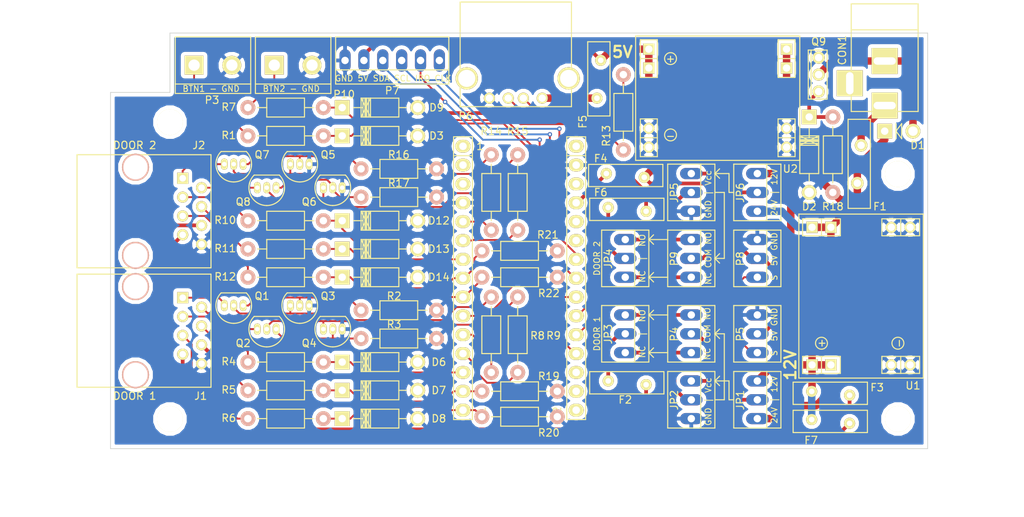
<source format=kicad_pcb>
(kicad_pcb (version 4) (host pcbnew 4.0.2+dfsg1-stable)
  (title_block (title "AVR Door Controller") (date 2017-09-03) (rev 1))
  (layers (0 F.Cu mixed) (31 B.Cu mixed hide) (35 F.Paste user hide) (37 F.SilkS user) (39 F.Mask user hide) (44 Edge.Cuts user))
  (net 0 "")
  (net 1 GND)
  (net 2 +5V)
  (net 3 /A7)
  (net 4 /A6)
  (net 5 /A5)
  (net 6 /A4)
  (net 7 /A3)
  (net 8 /A2)
  (net 9 /A1)
  (net 10 /A0)
  (net 11 /AREF)
  (net 12 "Net-(P3-Pad1)")
  (net 13 "Net-(CON1-Pad1)")
  (net 14 "Net-(CON1-Pad3)")
  (net 15 +24V)
  (net 16 /D8)
  (net 17 /D9)
  (net 18 /D10)
  (net 19 /D11)
  (net 20 /D12)
  (net 21 /D2)
  (net 22 /D3)
  (net 23 /D4)
  (net 24 /D5)
  (net 25 /D6)
  (net 26 "Net-(F2-Pad1)")
  (net 27 /DOOR1_RELAY)
  (net 28 +12V)
  (net 29 /DOOR1_12V)
  (net 30 /5V)
  (net 31 "Net-(F5-Pad2)")
  (net 32 "Net-(F6-Pad1)")
  (net 33 /DOOR2_RELAY)
  (net 34 /DOOR2_12V)
  (net 35 /DOOR1_BEEP)
  (net 36 /DOOR1_LED)
  (net 37 /DOOR1_STATUS)
  (net 38 /DOOR1_D1)
  (net 39 /DOOR1_D0)
  (net 40 /DOOR2_BEEP)
  (net 41 /DOOR2_LED)
  (net 42 /DOOR2_STATUS)
  (net 43 /DOOR2_D1)
  (net 44 /DOOR2_D0)
  (net 45 "Net-(JP1-Pad2)")
  (net 46 /RELAY1_COM)
  (net 47 /RELAY1_NO)
  (net 48 /RELAY1_NC)
  (net 49 /RELAY2_NO)
  (net 50 /RELAY2_NC)
  (net 51 "Net-(JP5-Pad1)")
  (net 52 /RELAY2_COM)
  (net 53 /TX1)
  (net 54 /RX0)
  (net 55 /D7)
  (net 56 /VIN)
  (net 57 /3V3)
  (net 58 /D13)
  (net 59 "Net-(P10-Pad1)")
  (net 60 "Net-(P6-Pad3)")
  (net 61 "Net-(P6-Pad2)")
  (net 62 "Net-(P7-Pad1)")
  (net 63 /RST-B)
  (net 64 /RST-A)
  (net 65 "Net-(CON1-Pad2)")
  (net 66 "Net-(D2-Pad1)")
  (net 67 "Net-(Q1-Pad2)")
  (net 68 "Net-(Q1-Pad1)")
  (net 69 "Net-(Q2-Pad2)")
  (net 70 "Net-(Q2-Pad1)")
  (net 71 "Net-(Q5-Pad2)")
  (net 72 "Net-(Q5-Pad3)")
  (net 73 "Net-(Q6-Pad2)")
  (net 74 "Net-(Q6-Pad3)")
  (net 75 "Net-(P6-Pad5)")
  (module Mounting_Holes:MountingHole_3-5mm (layer F.Cu) (at 198 75)
    (fp_text reference REF** hide)
    (fp_text value MountingHole_3-5mm)
    (pad "" np_thru_hole circle (at 0 0) (size 3.5 3.5) (drill 3.5) (layers *.Cu *.Mask F.SilkS))
  )
  (module Mounting_Holes:MountingHole_3-5mm (layer F.Cu) (at 198 108)
    (fp_text reference REF** hide)
    (fp_text value MountingHole_3-5mm)
    (pad "" np_thru_hole circle (at 0 0) (size 3.5 3.5) (drill 3.5) (layers *.Cu *.Mask F.SilkS))
  )
  (module Mounting_Holes:MountingHole_3-5mm (layer F.Cu) (at 100 68)
    (fp_text reference REF** hide)
    (fp_text value MountingHole_3-5mm)
    (pad "" np_thru_hole circle (at 0 0) (size 3.5 3.5) (drill 3.5) (layers *.Cu *.Mask F.SilkS))
  )
  (module TO_SOT_Packages_THT:TO-92_Inline_Narrow_Oval (layer F.Cu) (at 118.745 73.66 180)
    (fp_text reference Q5 (at -2.54 1.27 180) (layer F.SilkS))
    (fp_text value Q_NPN_EBC)
    (pad 2 thru_hole oval (at 1.27 0) (size 0.89916 1.50114) (drill 0.6) (layers *.Cu *.Mask F.SilkS) (net 71 "Net-(Q5-Pad2)"))
    (pad 3 thru_hole oval (at 2.54 0) (size 0.89916 1.50114) (drill 0.6) (layers *.Cu *.Mask F.SilkS) (net 72 "Net-(Q5-Pad3)"))
    (pad 1 thru_hole oval (at 0 0) (size 0.89916 1.50114) (drill 0.6) (layers *.Cu *.Mask F.SilkS) (net 1 GND))
  )
  (module TO_SOT_Packages_THT:TO-251AA (layer F.Cu) (at 187.325 63.881 90)
    (fp_text reference Q9 (at 6.731 0 360) (layer F.SilkS))
    (fp_text value Q_NMOS_GDS)
    (pad 2 thru_hole circle (at 2.286 0 270) (size 1.651 1.651) (drill 1.016) (layers *.Cu *.Mask F.SilkS) (net 65 "Net-(CON1-Pad2)"))
    (pad 3 thru_hole circle (at 4.572 0 270) (size 1.651 1.651) (drill 1.016) (layers *.Cu *.Mask F.SilkS) (net 1 GND))
    (pad 1 thru_hole circle (at 0 0 270) (size 1.651 1.651) (drill 1.016) (layers *.Cu *.Mask F.SilkS) (net 66 "Net-(D2-Pad1)"))
  )
  (module TO_SOT_Packages_THT:TO-92_Inline_Narrow_Oval (layer F.Cu) (at 114.3 76.835 180)
    (fp_text reference Q8 (at 4.445 -1.905 360) (layer F.SilkS))
    (fp_text value Q_NPN_EBC)
    (pad 2 thru_hole oval (at 1.27 0) (size 0.89916 1.50114) (drill 0.6) (layers *.Cu *.Mask F.SilkS) (net 74 "Net-(Q6-Pad3)"))
    (pad 3 thru_hole oval (at 2.54 0) (size 0.89916 1.50114) (drill 0.6) (layers *.Cu *.Mask F.SilkS) (net 41 /DOOR2_LED))
    (pad 1 thru_hole oval (at 0 0) (size 0.89916 1.50114) (drill 0.6) (layers *.Cu *.Mask F.SilkS) (net 73 "Net-(Q6-Pad2)"))
  )
  (module TO_SOT_Packages_THT:TO-92_Inline_Narrow_Oval (layer F.Cu) (at 109.855 73.66 180)
    (fp_text reference Q7 (at -2.54 1.27 180) (layer F.SilkS))
    (fp_text value Q_NPN_EBC)
    (pad 2 thru_hole oval (at 1.27 0) (size 0.89916 1.50114) (drill 0.6) (layers *.Cu *.Mask F.SilkS) (net 72 "Net-(Q5-Pad3)"))
    (pad 3 thru_hole oval (at 2.54 0) (size 0.89916 1.50114) (drill 0.6) (layers *.Cu *.Mask F.SilkS) (net 40 /DOOR2_BEEP))
    (pad 1 thru_hole oval (at 0 0) (size 0.89916 1.50114) (drill 0.6) (layers *.Cu *.Mask F.SilkS) (net 71 "Net-(Q5-Pad2)"))
  )
  (module TO_SOT_Packages_THT:TO-92_Inline_Narrow_Oval (layer F.Cu) (at 123.19 76.835 180)
    (fp_text reference Q6 (at 4.445 -1.905 360) (layer F.SilkS))
    (fp_text value Q_NPN_EBC)
    (pad 2 thru_hole oval (at 1.27 0) (size 0.89916 1.50114) (drill 0.6) (layers *.Cu *.Mask F.SilkS) (net 73 "Net-(Q6-Pad2)"))
    (pad 3 thru_hole oval (at 2.54 0) (size 0.89916 1.50114) (drill 0.6) (layers *.Cu *.Mask F.SilkS) (net 74 "Net-(Q6-Pad3)"))
    (pad 1 thru_hole oval (at 0 0) (size 0.89916 1.50114) (drill 0.6) (layers *.Cu *.Mask F.SilkS) (net 1 GND))
  )
  (module TO_SOT_Packages_THT:TO-92_Inline_Narrow_Oval (layer F.Cu) (at 123.19 95.885 180)
    (fp_text reference Q4 (at 4.445 -1.905 360) (layer F.SilkS))
    (fp_text value Q_NPN_EBC)
    (pad 2 thru_hole oval (at 1.27 0) (size 0.89916 1.50114) (drill 0.6) (layers *.Cu *.Mask F.SilkS) (net 70 "Net-(Q2-Pad1)"))
    (pad 3 thru_hole oval (at 2.54 0) (size 0.89916 1.50114) (drill 0.6) (layers *.Cu *.Mask F.SilkS) (net 69 "Net-(Q2-Pad2)"))
    (pad 1 thru_hole oval (at 0 0) (size 0.89916 1.50114) (drill 0.6) (layers *.Cu *.Mask F.SilkS) (net 1 GND))
  )
  (module TO_SOT_Packages_THT:TO-92_Inline_Narrow_Oval (layer F.Cu) (at 118.745 92.71 180)
    (fp_text reference Q3 (at -2.54 1.27 360) (layer F.SilkS))
    (fp_text value Q_NPN_EBC)
    (pad 2 thru_hole oval (at 1.27 0) (size 0.89916 1.50114) (drill 0.6) (layers *.Cu *.Mask F.SilkS) (net 68 "Net-(Q1-Pad1)"))
    (pad 3 thru_hole oval (at 2.54 0) (size 0.89916 1.50114) (drill 0.6) (layers *.Cu *.Mask F.SilkS) (net 67 "Net-(Q1-Pad2)"))
    (pad 1 thru_hole oval (at 0 0) (size 0.89916 1.50114) (drill 0.6) (layers *.Cu *.Mask F.SilkS) (net 1 GND))
  )
  (module TO_SOT_Packages_THT:TO-92_Inline_Narrow_Oval (layer F.Cu) (at 114.3 95.885 180)
    (fp_text reference Q2 (at 4.445 -1.905 360) (layer F.SilkS))
    (fp_text value Q_NPN_EBC)
    (pad 2 thru_hole oval (at 1.27 0) (size 0.89916 1.50114) (drill 0.6) (layers *.Cu *.Mask F.SilkS) (net 69 "Net-(Q2-Pad2)"))
    (pad 3 thru_hole oval (at 2.54 0) (size 0.89916 1.50114) (drill 0.6) (layers *.Cu *.Mask F.SilkS) (net 36 /DOOR1_LED))
    (pad 1 thru_hole oval (at 0 0) (size 0.89916 1.50114) (drill 0.6) (layers *.Cu *.Mask F.SilkS) (net 70 "Net-(Q2-Pad1)"))
  )
  (module TO_SOT_Packages_THT:TO-92_Inline_Narrow_Oval (layer F.Cu) (at 109.855 92.71 180)
    (fp_text reference Q1 (at -2.54 1.27 360) (layer F.SilkS))
    (fp_text value Q_NPN_EBC)
    (pad 2 thru_hole oval (at 1.27 0) (size 0.89916 1.50114) (drill 0.6) (layers *.Cu *.Mask F.SilkS) (net 67 "Net-(Q1-Pad2)"))
    (pad 3 thru_hole oval (at 2.54 0) (size 0.89916 1.50114) (drill 0.6) (layers *.Cu *.Mask F.SilkS) (net 35 /DOOR1_BEEP))
    (pad 1 thru_hole oval (at 0 0) (size 0.89916 1.50114) (drill 0.6) (layers *.Cu *.Mask F.SilkS) (net 68 "Net-(Q1-Pad1)"))
  )
  (module Modules:XM1584 (layer F.Cu) (at 173.736 64.77 180)
    (fp_text reference U2 (at -9.779 -9.525 360) (layer F.SilkS))
    (fp_text value 5V)
    (fp_text user + (at 6.35 5.334 180) (layer F.SilkS))
    (fp_text user - (at 6.35 -5.08 180) (layer F.SilkS))
    (pad 2 thru_hole rect (at -9.271 4.064 180) (size 1.524 1.524) (drill 0.99822) (layers *.Cu *.Mask F.SilkS) (net 15 +24V))
    (pad 1 thru_hole rect (at -9.271 6.604 180) (size 1.524 1.524) (drill 0.99822) (layers *.Cu *.Mask F.SilkS) (net 15 +24V))
    (pad 4 thru_hole circle (at -9.271 -6.604 180) (size 1.524 1.524) (drill 0.99822) (layers *.Cu *.Mask F.SilkS) (net 1 GND))
    (pad 3 thru_hole circle (at -9.271 -4.064 180) (size 1.524 1.524) (drill 0.99822) (layers *.Cu *.Mask F.SilkS) (net 1 GND))
    (pad 5 thru_hole circle (at 9.271 -6.604 180) (size 1.524 1.524) (drill 0.99822) (layers *.Cu *.Mask F.SilkS) (net 1 GND))
    (pad 6 thru_hole circle (at 9.271 -4.064 180) (size 1.524 1.524) (drill 0.99822) (layers *.Cu *.Mask F.SilkS) (net 1 GND))
    (pad 7 thru_hole rect (at 9.271 4.064 180) (size 1.524 1.524) (drill 0.99822) (layers *.Cu *.Mask F.SilkS) (net 2 +5V))
    (pad 8 thru_hole rect (at 9.271 6.604 180) (size 1.524 1.524) (drill 0.99822) (layers *.Cu *.Mask F.SilkS) (net 2 +5V))
  )
  (module Connect:bornier2 (layer F.Cu) (at 116.586 60.325)
    (fp_text reference P10 (at 6.858 3.937) (layer F.SilkS))
    (fp_text value "DOOR2 BTN")
    (pad 1 thru_hole rect (at -2.54 0) (size 2.54 2.54) (drill 1.524) (layers *.Cu *.Mask F.SilkS) (net 59 "Net-(P10-Pad1)"))
    (pad 2 thru_hole circle (at 2.54 0) (size 2.54 2.54) (drill 1.524) (layers *.Cu *.Mask F.SilkS) (net 1 GND))
  )
  (module Connect:USB_A (layer F.Cu) (at 150.11486 64.76788 180)
    (fp_text reference P6 (at 10.28786 -2.41512 180) (layer F.SilkS))
    (fp_text value USB_A)
    (pad 4 thru_hole circle (at 7.11286 -0.00212 90) (size 1.50114 1.50114) (drill 1.00076) (layers *.Cu *.Mask F.SilkS) (net 1 GND))
    (pad 3 thru_hole circle (at 4.57286 -0.00212 90) (size 1.50114 1.50114) (drill 1.00076) (layers *.Cu *.Mask F.SilkS) (net 60 "Net-(P6-Pad3)"))
    (pad 2 thru_hole circle (at 2.54086 -0.00212 90) (size 1.50114 1.50114) (drill 1.00076) (layers *.Cu *.Mask F.SilkS) (net 61 "Net-(P6-Pad2)"))
    (pad 1 thru_hole circle (at 0.00086 -0.00212 90) (size 1.50114 1.50114) (drill 1.00076) (layers *.Cu *.Mask F.SilkS) (net 31 "Net-(F5-Pad2)"))
    (pad 5 thru_hole circle (at 10.16086 2.66488 90) (size 2.99974 2.99974) (drill 2.30124) (layers *.Cu *.Mask F.SilkS) (net 75 "Net-(P6-Pad5)"))
    (pad 5 thru_hole circle (at -3.55514 2.66488 90) (size 2.99974 2.99974) (drill 2.30124) (layers *.Cu *.Mask F.SilkS) (net 75 "Net-(P6-Pad5)"))
  )
  (module Resistors_ThroughHole:Resistor_Horizontal_RM10mm (layer F.Cu) (at 110.49 88.9)
    (fp_text reference R12 (at -3.05308 -0.07112) (layer F.SilkS))
    (fp_text value 1K)
    (pad 1 thru_hole circle (at 0 0) (size 1.99898 1.99898) (drill 1.00076) (layers *.Cu *.SilkS *.Mask) (net 44 /DOOR2_D0))
    (pad 2 thru_hole circle (at 10.16 0) (size 1.99898 1.99898) (drill 1.00076) (layers *.Cu *.SilkS *.Mask) (net 25 /D6))
  )
  (module Resistors_ThroughHole:Resistor_Horizontal_RM10mm (layer F.Cu) (at 110.49 81.28)
    (fp_text reference R10 (at -3.05308 -0.07112) (layer F.SilkS))
    (fp_text value 1K)
    (pad 1 thru_hole circle (at 0 0) (size 1.99898 1.99898) (drill 1.00076) (layers *.Cu *.SilkS *.Mask) (net 42 /DOOR2_STATUS))
    (pad 2 thru_hole circle (at 10.16 0) (size 1.99898 1.99898) (drill 1.00076) (layers *.Cu *.SilkS *.Mask) (net 23 /D4))
  )
  (module Resistors_ThroughHole:Resistor_Horizontal_RM10mm (layer F.Cu) (at 110.49 85.09)
    (fp_text reference R11 (at -3.05308 -0.07112) (layer F.SilkS))
    (fp_text value 1K)
    (pad 1 thru_hole circle (at 0 0) (size 1.99898 1.99898) (drill 1.00076) (layers *.Cu *.SilkS *.Mask) (net 43 /DOOR2_D1))
    (pad 2 thru_hole circle (at 10.16 0) (size 1.99898 1.99898) (drill 1.00076) (layers *.Cu *.SilkS *.Mask) (net 24 /D5))
  )
  (module Resistors_ThroughHole:Resistor_Horizontal_RM10mm (layer F.Cu) (at 110.49 69.85)
    (fp_text reference R1 (at -2.57689 -0.07112) (layer F.SilkS))
    (fp_text value 1K)
    (pad 1 thru_hole circle (at 0 0) (size 1.99898 1.99898) (drill 1.00076) (layers *.Cu *.SilkS *.Mask) (net 12 "Net-(P3-Pad1)"))
    (pad 2 thru_hole circle (at 10.16 0) (size 1.99898 1.99898) (drill 1.00076) (layers *.Cu *.SilkS *.Mask) (net 55 /D7))
  )
  (module Connect:BARREL_JACK (layer F.Cu) (at 196.215 59.563 270)
    (fp_text reference CON1 (at -1.27 5.715 450) (layer F.SilkS))
    (fp_text value 24V)
    (pad 1 thru_hole rect (at 6.20014 0 270) (size 3.50012 3.50012) (drill oval 1.00076 2.99974) (layers *.Cu *.Mask F.SilkS) (net 13 "Net-(CON1-Pad1)"))
    (pad 2 thru_hole rect (at 0.20066 0 270) (size 3.50012 3.50012) (drill oval 1.00076 2.99974) (layers *.Cu *.Mask F.SilkS) (net 65 "Net-(CON1-Pad2)"))
    (pad 3 thru_hole rect (at 3.2004 4.699 270) (size 3.50012 3.50012) (drill oval 2.99974 1.00076) (layers *.Cu *.Mask F.SilkS) (net 14 "Net-(CON1-Pad3)"))
  )
  (module Connect:RJ45_8 (layer F.Cu) (at 95.365 96.1009 270)
    (fp_text reference J1 (at 8.8011 -8.775 360) (layer F.SilkS))
    (fp_text value DOOR1)
    (pad Hole np_thru_hole circle (at 5.93852 0 270) (size 3.64998 3.64998) (drill 3.2512) (layers *.Cu *.SilkS *.Mask))
    (pad Hole np_thru_hole circle (at -5.9309 0 270) (size 3.64998 3.64998) (drill 3.2512) (layers *.Cu *.SilkS *.Mask))
    (pad 1 thru_hole rect (at -4.445 -6.35 270) (size 1.50114 1.50114) (drill 0.89916) (layers *.Cu *.Mask F.SilkS) (net 35 /DOOR1_BEEP))
    (pad 2 thru_hole circle (at -3.175 -8.89 270) (size 1.50114 1.50114) (drill 0.89916) (layers *.Cu *.Mask F.SilkS) (net 36 /DOOR1_LED))
    (pad 3 thru_hole circle (at -1.905 -6.35 270) (size 1.50114 1.50114) (drill 0.89916) (layers *.Cu *.Mask F.SilkS) (net 37 /DOOR1_STATUS))
    (pad 4 thru_hole circle (at -0.635 -8.89 270) (size 1.50114 1.50114) (drill 0.89916) (layers *.Cu *.Mask F.SilkS) (net 38 /DOOR1_D1))
    (pad 5 thru_hole circle (at 0.635 -6.35 270) (size 1.50114 1.50114) (drill 0.89916) (layers *.Cu *.Mask F.SilkS) (net 39 /DOOR1_D0))
    (pad 6 thru_hole circle (at 1.905 -8.89 270) (size 1.50114 1.50114) (drill 0.89916) (layers *.Cu *.Mask F.SilkS) (net 27 /DOOR1_RELAY))
    (pad 7 thru_hole circle (at 3.175 -6.35 270) (size 1.50114 1.50114) (drill 0.89916) (layers *.Cu *.Mask F.SilkS) (net 29 /DOOR1_12V))
    (pad 8 thru_hole circle (at 4.445 -8.89 270) (size 1.50114 1.50114) (drill 0.89916) (layers *.Cu *.Mask F.SilkS) (net 1 GND))
  )
  (module Connect:RJ45_8 (layer F.Cu) (at 95.365 80.01 270)
    (fp_text reference J2 (at -8.89 -8.521 360) (layer F.SilkS))
    (fp_text value DOOR2)
    (pad Hole np_thru_hole circle (at 5.93852 0 270) (size 3.64998 3.64998) (drill 3.2512) (layers *.Cu *.SilkS *.Mask))
    (pad Hole np_thru_hole circle (at -5.9309 0 270) (size 3.64998 3.64998) (drill 3.2512) (layers *.Cu *.SilkS *.Mask))
    (pad 1 thru_hole rect (at -4.445 -6.35 270) (size 1.50114 1.50114) (drill 0.89916) (layers *.Cu *.Mask F.SilkS) (net 40 /DOOR2_BEEP))
    (pad 2 thru_hole circle (at -3.175 -8.89 270) (size 1.50114 1.50114) (drill 0.89916) (layers *.Cu *.Mask F.SilkS) (net 41 /DOOR2_LED))
    (pad 3 thru_hole circle (at -1.905 -6.35 270) (size 1.50114 1.50114) (drill 0.89916) (layers *.Cu *.Mask F.SilkS) (net 42 /DOOR2_STATUS))
    (pad 4 thru_hole circle (at -0.635 -8.89 270) (size 1.50114 1.50114) (drill 0.89916) (layers *.Cu *.Mask F.SilkS) (net 43 /DOOR2_D1))
    (pad 5 thru_hole circle (at 0.635 -6.35 270) (size 1.50114 1.50114) (drill 0.89916) (layers *.Cu *.Mask F.SilkS) (net 44 /DOOR2_D0))
    (pad 6 thru_hole circle (at 1.905 -8.89 270) (size 1.50114 1.50114) (drill 0.89916) (layers *.Cu *.Mask F.SilkS) (net 33 /DOOR2_RELAY))
    (pad 7 thru_hole circle (at 3.175 -6.35 270) (size 1.50114 1.50114) (drill 0.89916) (layers *.Cu *.Mask F.SilkS) (net 34 /DOOR2_12V))
    (pad 8 thru_hole circle (at 4.445 -8.89 270) (size 1.50114 1.50114) (drill 0.89916) (layers *.Cu *.Mask F.SilkS) (net 1 GND))
  )
  (module Connect:PINHEAD1-3 (layer F.Cu) (at 179.07 105.41 270)
    (fp_text reference JP1 (at 0.05 2.296 270) (layer F.SilkS))
    (fp_text value "DR1 VCC")
    (pad 1 thru_hole oval (at -2.54 0 270) (size 1.50622 3.01498) (drill 0.99822) (layers *.Cu *.Mask) (net 28 +12V))
    (pad 2 thru_hole oval (at 0 0 270) (size 1.50622 3.01498) (drill 0.99822) (layers *.Cu *.Mask) (net 45 "Net-(JP1-Pad2)"))
    (pad 3 thru_hole oval (at 2.54 0 270) (size 1.50622 3.01498) (drill 0.99822) (layers *.Cu *.Mask) (net 15 +24V))
  )
  (module Connect:PINHEAD1-3 (layer F.Cu) (at 170.18 105.41 270)
    (fp_text reference JP2 (at 0.05 2.296 270) (layer F.SilkS))
    (fp_text value "DR1 LVL")
    (pad 1 thru_hole oval (at -2.54 0 270) (size 1.50622 3.01498) (drill 0.99822) (layers *.Cu *.Mask) (net 45 "Net-(JP1-Pad2)"))
    (pad 2 thru_hole oval (at 0 0 270) (size 1.50622 3.01498) (drill 0.99822) (layers *.Cu *.Mask) (net 46 /RELAY1_COM))
    (pad 3 thru_hole oval (at 2.54 0 270) (size 1.50622 3.01498) (drill 0.99822) (layers *.Cu *.Mask) (net 1 GND))
  )
  (module Connect:PINHEAD1-3 (layer F.Cu) (at 161.29 96.52 270)
    (fp_text reference JP3 (at 0.05 2.296 270) (layer F.SilkS))
    (fp_text value "DR1 NO/NC")
    (pad 1 thru_hole oval (at -2.54 0 270) (size 1.50622 3.01498) (drill 0.99822) (layers *.Cu *.Mask) (net 47 /RELAY1_NO))
    (pad 2 thru_hole oval (at 0 0 270) (size 1.50622 3.01498) (drill 0.99822) (layers *.Cu *.Mask) (net 26 "Net-(F2-Pad1)"))
    (pad 3 thru_hole oval (at 2.54 0 270) (size 1.50622 3.01498) (drill 0.99822) (layers *.Cu *.Mask) (net 48 /RELAY1_NC))
  )
  (module Connect:PINHEAD1-3 (layer F.Cu) (at 161.29 86.36 270)
    (fp_text reference JP4 (at 0.05 2.296 270) (layer F.SilkS))
    (fp_text value "DR2 NO/NC")
    (pad 1 thru_hole oval (at -2.54 0 270) (size 1.50622 3.01498) (drill 0.99822) (layers *.Cu *.Mask) (net 49 /RELAY2_NO))
    (pad 2 thru_hole oval (at 0 0 270) (size 1.50622 3.01498) (drill 0.99822) (layers *.Cu *.Mask) (net 32 "Net-(F6-Pad1)"))
    (pad 3 thru_hole oval (at 2.54 0 270) (size 1.50622 3.01498) (drill 0.99822) (layers *.Cu *.Mask) (net 50 /RELAY2_NC))
  )
  (module Connect:PINHEAD1-3 (layer F.Cu) (at 170.18 77.47 270)
    (fp_text reference JP5 (at 0.05 2.296 270) (layer F.SilkS))
    (fp_text value "DR2 LVL")
    (pad 1 thru_hole oval (at -2.54 0 270) (size 1.50622 3.01498) (drill 0.99822) (layers *.Cu *.Mask) (net 51 "Net-(JP5-Pad1)"))
    (pad 2 thru_hole oval (at 0 0 270) (size 1.50622 3.01498) (drill 0.99822) (layers *.Cu *.Mask) (net 52 /RELAY2_COM))
    (pad 3 thru_hole oval (at 2.54 0 270) (size 1.50622 3.01498) (drill 0.99822) (layers *.Cu *.Mask) (net 1 GND))
  )
  (module Connect:PINHEAD1-3 (layer F.Cu) (at 179.07 77.47 270)
    (fp_text reference JP6 (at 0.05 2.296 270) (layer F.SilkS))
    (fp_text value "DR2 VCC")
    (pad 1 thru_hole oval (at -2.54 0 270) (size 1.50622 3.01498) (drill 0.99822) (layers *.Cu *.Mask) (net 28 +12V))
    (pad 2 thru_hole oval (at 0 0 270) (size 1.50622 3.01498) (drill 0.99822) (layers *.Cu *.Mask) (net 51 "Net-(JP5-Pad1)"))
    (pad 3 thru_hole oval (at 2.54 0 270) (size 1.50622 3.01498) (drill 0.99822) (layers *.Cu *.Mask) (net 15 +24V))
  )
  (module Connect:PINHEAD1-3 (layer F.Cu) (at 179.07 86.36 270)
    (fp_text reference P8 (at 0.05 2.296 270) (layer F.SilkS))
    (fp_text value "RELAY2 CTRL")
    (pad 1 thru_hole oval (at -2.54 0 270) (size 1.50622 3.01498) (drill 0.99822) (layers *.Cu *.Mask) (net 1 GND))
    (pad 2 thru_hole oval (at 0 0 270) (size 1.50622 3.01498) (drill 0.99822) (layers *.Cu *.Mask) (net 2 +5V))
    (pad 3 thru_hole oval (at 2.54 0 270) (size 1.50622 3.01498) (drill 0.99822) (layers *.Cu *.Mask) (net 8 /A2))
  )
  (module Connect:PINHEAD1-3 (layer F.Cu) (at 170.18 86.36 270)
    (fp_text reference P9 (at 0.05 2.296 270) (layer F.SilkS))
    (fp_text value RELAY2)
    (pad 1 thru_hole oval (at -2.54 0 270) (size 1.50622 3.01498) (drill 0.99822) (layers *.Cu *.Mask) (net 49 /RELAY2_NO))
    (pad 2 thru_hole oval (at 0 0 270) (size 1.50622 3.01498) (drill 0.99822) (layers *.Cu *.Mask) (net 52 /RELAY2_COM))
    (pad 3 thru_hole oval (at 2.54 0 270) (size 1.50622 3.01498) (drill 0.99822) (layers *.Cu *.Mask) (net 50 /RELAY2_NC))
  )
  (module Resistors_ThroughHole:Resistor_Horizontal_RM10mm (layer F.Cu) (at 135.89 93.345 180)
    (fp_text reference R2 (at 5.715 1.905 180) (layer F.SilkS))
    (fp_text value 68)
    (pad 1 thru_hole circle (at 0 0 180) (size 1.99898 1.99898) (drill 1.00076) (layers *.Cu *.SilkS *.Mask) (net 1 GND))
    (pad 2 thru_hole circle (at 10.16 0 180) (size 1.99898 1.99898) (drill 1.00076) (layers *.Cu *.SilkS *.Mask) (net 68 "Net-(Q1-Pad1)"))
  )
  (module Resistors_ThroughHole:Resistor_Horizontal_RM10mm (layer F.Cu) (at 135.89 97.155 180)
    (fp_text reference R3 (at 5.715 1.905 180) (layer F.SilkS))
    (fp_text value 68)
    (pad 1 thru_hole circle (at 0 0 180) (size 1.99898 1.99898) (drill 1.00076) (layers *.Cu *.SilkS *.Mask) (net 1 GND))
    (pad 2 thru_hole circle (at 10.16 0 180) (size 1.99898 1.99898) (drill 1.00076) (layers *.Cu *.SilkS *.Mask) (net 70 "Net-(Q2-Pad1)"))
  )
  (module Resistors_ThroughHole:Resistor_Horizontal_RM10mm (layer F.Cu) (at 110.49 100.33)
    (fp_text reference R4 (at -2.57689 -0.07112) (layer F.SilkS))
    (fp_text value 1K)
    (pad 1 thru_hole circle (at 0 0) (size 1.99898 1.99898) (drill 1.00076) (layers *.Cu *.SilkS *.Mask) (net 37 /DOOR1_STATUS))
    (pad 2 thru_hole circle (at 10.16 0) (size 1.99898 1.99898) (drill 1.00076) (layers *.Cu *.SilkS *.Mask) (net 18 /D10))
  )
  (module Resistors_ThroughHole:Resistor_Horizontal_RM10mm (layer F.Cu) (at 110.49 104.14)
    (fp_text reference R5 (at -2.57689 -0.07112) (layer F.SilkS))
    (fp_text value 1K)
    (pad 1 thru_hole circle (at 0 0) (size 1.99898 1.99898) (drill 1.00076) (layers *.Cu *.SilkS *.Mask) (net 38 /DOOR1_D1))
    (pad 2 thru_hole circle (at 10.16 0) (size 1.99898 1.99898) (drill 1.00076) (layers *.Cu *.SilkS *.Mask) (net 19 /D11))
  )
  (module Resistors_ThroughHole:Resistor_Horizontal_RM10mm (layer F.Cu) (at 110.49 107.95)
    (fp_text reference R6 (at -2.57689 -0.07112) (layer F.SilkS))
    (fp_text value 1K)
    (pad 1 thru_hole circle (at 0 0) (size 1.99898 1.99898) (drill 1.00076) (layers *.Cu *.SilkS *.Mask) (net 39 /DOOR1_D0))
    (pad 2 thru_hole circle (at 10.16 0) (size 1.99898 1.99898) (drill 1.00076) (layers *.Cu *.SilkS *.Mask) (net 20 /D12))
  )
  (module Resistors_ThroughHole:Resistor_Horizontal_RM10mm (layer F.Cu) (at 110.49 66.04)
    (fp_text reference R7 (at -2.57689 -0.07112) (layer F.SilkS))
    (fp_text value 1K)
    (pad 1 thru_hole circle (at 0 0) (size 1.99898 1.99898) (drill 1.00076) (layers *.Cu *.SilkS *.Mask) (net 59 "Net-(P10-Pad1)"))
    (pad 2 thru_hole circle (at 10.16 0) (size 1.99898 1.99898) (drill 1.00076) (layers *.Cu *.SilkS *.Mask) (net 10 /A0))
  )
  (module Connect:PINHEAD1-3 (layer F.Cu) (at 170.18 96.52 270)
    (fp_text reference P4 (at 0.05 2.296 270) (layer F.SilkS))
    (fp_text value RELAY1)
    (pad 1 thru_hole oval (at -2.54 0 270) (size 1.50622 3.01498) (drill 0.99822) (layers *.Cu *.Mask) (net 47 /RELAY1_NO))
    (pad 2 thru_hole oval (at 0 0 270) (size 1.50622 3.01498) (drill 0.99822) (layers *.Cu *.Mask) (net 46 /RELAY1_COM))
    (pad 3 thru_hole oval (at 2.54 0 270) (size 1.50622 3.01498) (drill 0.99822) (layers *.Cu *.Mask) (net 48 /RELAY1_NC))
  )
  (module Connect:PINHEAD1-3 (layer F.Cu) (at 179.07 96.52 270)
    (fp_text reference P5 (at 0.05 2.296 270) (layer F.SilkS))
    (fp_text value "RELAY1 CTRL")
    (pad 1 thru_hole oval (at -2.54 0 270) (size 1.50622 3.01498) (drill 0.99822) (layers *.Cu *.Mask) (net 1 GND))
    (pad 2 thru_hole oval (at 0 0 270) (size 1.50622 3.01498) (drill 0.99822) (layers *.Cu *.Mask) (net 2 +5V))
    (pad 3 thru_hole oval (at 2.54 0 270) (size 1.50622 3.01498) (drill 0.99822) (layers *.Cu *.Mask) (net 9 /A1))
  )
  (module PPTC:Bourns_PPTC_Style_1 (layer F.Cu) (at 159 102.87)
    (fp_text reference F2 (at 2.29 2.54) (layer F.SilkS))
    (fp_text value 0.5A)
    (pad 1 thru_hole circle (at 0 0) (size 1.5 1.5) (drill 0.75) (layers *.Cu *.Mask F.SilkS) (net 26 "Net-(F2-Pad1)"))
    (pad 2 thru_hole circle (at 5.1 0.508) (size 1.5 1.5) (drill 0.75) (layers *.Cu *.Mask F.SilkS) (net 27 /DOOR1_RELAY))
  )
  (module PPTC:Bourns_PPTC_Style_1 (layer F.Cu) (at 186.389 104.285)
    (fp_text reference F3 (at 8.81 -0.526 180) (layer F.SilkS))
    (fp_text value 0.5A)
    (pad 1 thru_hole circle (at 0 0) (size 1.5 1.5) (drill 0.75) (layers *.Cu *.Mask F.SilkS) (net 28 +12V))
    (pad 2 thru_hole circle (at 5.1 0.508) (size 1.5 1.5) (drill 0.75) (layers *.Cu *.Mask F.SilkS) (net 29 /DOOR1_12V))
  )
  (module PPTC:Bourns_PPTC_Style_1 (layer F.Cu) (at 163.85 75.438 180)
    (fp_text reference F4 (at 5.862 2.54 180) (layer F.SilkS))
    (fp_text value 0.17A)
    (pad 1 thru_hole circle (at 0 0 180) (size 1.5 1.5) (drill 0.75) (layers *.Cu *.Mask F.SilkS) (net 2 +5V))
    (pad 2 thru_hole circle (at 5.1 0.508 180) (size 1.5 1.5) (drill 0.75) (layers *.Cu *.Mask F.SilkS) (net 30 /5V))
  )
  (module PPTC:Bourns_PPTC_Style_1 (layer F.Cu) (at 157.988 59.67 270)
    (fp_text reference F5 (at 8.275 2.413 270) (layer F.SilkS))
    (fp_text value 1.6A)
    (pad 1 thru_hole circle (at 0 0 270) (size 1.5 1.5) (drill 0.75) (layers *.Cu *.Mask F.SilkS) (net 2 +5V))
    (pad 2 thru_hole circle (at 5.1 0.508 270) (size 1.5 1.5) (drill 0.75) (layers *.Cu *.Mask F.SilkS) (net 31 "Net-(F5-Pad2)"))
  )
  (module PPTC:Bourns_PPTC_Style_1 (layer F.Cu) (at 159 79.502)
    (fp_text reference F6 (at -1.012 -2.032) (layer F.SilkS))
    (fp_text value 0.5A)
    (pad 1 thru_hole circle (at 0 0) (size 1.5 1.5) (drill 0.75) (layers *.Cu *.Mask F.SilkS) (net 32 "Net-(F6-Pad1)"))
    (pad 2 thru_hole circle (at 5.1 0.508) (size 1.5 1.5) (drill 0.75) (layers *.Cu *.Mask F.SilkS) (net 33 /DOOR2_RELAY))
  )
  (module PPTC:Bourns_PPTC_Style_1 (layer F.Cu) (at 186.389 108.077)
    (fp_text reference F7 (at -0.08 2.794 180) (layer F.SilkS))
    (fp_text value 0.5A)
    (pad 1 thru_hole circle (at 0 0) (size 1.5 1.5) (drill 0.75) (layers *.Cu *.Mask F.SilkS) (net 28 +12V))
    (pad 2 thru_hole circle (at 5.1 0.508) (size 1.5 1.5) (drill 0.75) (layers *.Cu *.Mask F.SilkS) (net 34 /DOOR2_12V))
  )
  (module Connect:bornier2 (layer F.Cu) (at 105.791 60.325)
    (fp_text reference P3 (at -0.127 4.699) (layer F.SilkS))
    (fp_text value "DOOR1 BTN")
    (pad 1 thru_hole rect (at -2.54 0) (size 2.54 2.54) (drill 1.524) (layers *.Cu *.Mask F.SilkS) (net 12 "Net-(P3-Pad1)"))
    (pad 2 thru_hole circle (at 2.54 0) (size 2.54 2.54) (drill 1.524) (layers *.Cu *.Mask F.SilkS) (net 1 GND))
  )
  (module Resistors_ThroughHole:Resistor_Horizontal_RM10mm (layer F.Cu) (at 161.036 71.755 90)
    (fp_text reference R13 (at 1.905 -2.286 90) (layer F.SilkS))
    (fp_text value 150)
    (pad 1 thru_hole circle (at 0 0 90) (size 1.99898 1.99898) (drill 1.00076) (layers *.Cu *.SilkS *.Mask) (net 60 "Net-(P6-Pad3)"))
    (pad 2 thru_hole circle (at 10.16 0 90) (size 1.99898 1.99898) (drill 1.00076) (layers *.Cu *.SilkS *.Mask) (net 61 "Net-(P6-Pad2)"))
  )
  (module PPTC:Bourns_PPTC_Style_2 (layer F.Cu) (at 193.04 71.12 270)
    (fp_text reference F1 (at 8.255 -2.54 360) (layer F.SilkS))
    (fp_text value 3A)
    (pad 1 thru_hole circle (at 0 0 270) (size 1.7 1.7) (drill 1) (layers *.Cu *.Mask F.SilkS) (net 13 "Net-(CON1-Pad1)"))
    (pad 2 thru_hole circle (at 5.1 0.508 270) (size 1.7 1.7) (drill 1) (layers *.Cu *.Mask F.SilkS) (net 15 +24V))
  )
  (module Modules:XM1584 (layer F.Cu) (at 193.04 91.44 270)
    (fp_text reference U1 (at 12.065 -6.985 540) (layer F.SilkS))
    (fp_text value 12V)
    (fp_text user + (at 6.35 5.334 270) (layer F.SilkS))
    (fp_text user - (at 6.35 -5.08 270) (layer F.SilkS))
    (pad 2 thru_hole rect (at -9.271 4.064 270) (size 1.524 1.524) (drill 0.99822) (layers *.Cu *.Mask F.SilkS) (net 15 +24V))
    (pad 1 thru_hole rect (at -9.271 6.604 270) (size 1.524 1.524) (drill 0.99822) (layers *.Cu *.Mask F.SilkS) (net 15 +24V))
    (pad 4 thru_hole circle (at -9.271 -6.604 270) (size 1.524 1.524) (drill 0.99822) (layers *.Cu *.Mask F.SilkS) (net 1 GND))
    (pad 3 thru_hole circle (at -9.271 -4.064 270) (size 1.524 1.524) (drill 0.99822) (layers *.Cu *.Mask F.SilkS) (net 1 GND))
    (pad 5 thru_hole circle (at 9.271 -6.604 270) (size 1.524 1.524) (drill 0.99822) (layers *.Cu *.Mask F.SilkS) (net 1 GND))
    (pad 6 thru_hole circle (at 9.271 -4.064 270) (size 1.524 1.524) (drill 0.99822) (layers *.Cu *.Mask F.SilkS) (net 1 GND))
    (pad 7 thru_hole rect (at 9.271 4.064 270) (size 1.524 1.524) (drill 0.99822) (layers *.Cu *.Mask F.SilkS) (net 28 +12V))
    (pad 8 thru_hole rect (at 9.271 6.604 270) (size 1.524 1.524) (drill 0.99822) (layers *.Cu *.Mask F.SilkS) (net 28 +12V))
  )
  (module Connect:PINHEAD1-6 (layer F.Cu) (at 129.921 59.69 180)
    (fp_text reference P7 (at 0 -4.064 180) (layer F.SilkS))
    (fp_text value CLOCK)
    (pad 1 thru_hole oval (at -6.35 0 180) (size 1.50622 3.01498) (drill 0.99822) (layers *.Cu *.Mask) (net 62 "Net-(P7-Pad1)"))
    (pad 2 thru_hole oval (at -3.81 0 180) (size 1.50622 3.01498) (drill 0.99822) (layers *.Cu *.Mask) (net 7 /A3))
    (pad 3 thru_hole oval (at -1.27 0 180) (size 1.50622 3.01498) (drill 0.99822) (layers *.Cu *.Mask) (net 5 /A5))
    (pad 4 thru_hole oval (at 1.27 0 180) (size 1.50622 3.01498) (drill 0.99822) (layers *.Cu *.Mask) (net 6 /A4))
    (pad 5 thru_hole oval (at 3.81 0 180) (size 1.50622 3.01498) (drill 0.99822) (layers *.Cu *.Mask) (net 2 +5V))
    (pad 6 thru_hole oval (at 6.35 0 180) (size 1.50622 3.01498) (drill 0.99822) (layers *.Cu *.Mask) (net 1 GND))
  )
  (module Resistors_ThroughHole:Resistor_Horizontal_RM10mm (layer F.Cu) (at 146.812 91.567 270)
    (fp_text reference R9 (at 5.207 -4.826 360) (layer F.SilkS))
    (fp_text value 15K)
    (pad 1 thru_hole circle (at 0 0 270) (size 1.99898 1.99898) (drill 1.00076) (layers *.Cu *.SilkS *.Mask) (net 69 "Net-(Q2-Pad2)"))
    (pad 2 thru_hole circle (at 10.16 0 270) (size 1.99898 1.99898) (drill 1.00076) (layers *.Cu *.SilkS *.Mask) (net 17 /D9))
  )
  (module Resistors_ThroughHole:Resistor_Horizontal_RM10mm (layer F.Cu) (at 143.256 91.567 270)
    (fp_text reference R8 (at 5.207 -6.223 360) (layer F.SilkS))
    (fp_text value 15K)
    (pad 1 thru_hole circle (at 0 0 270) (size 1.99898 1.99898) (drill 1.00076) (layers *.Cu *.SilkS *.Mask) (net 67 "Net-(Q1-Pad2)"))
    (pad 2 thru_hole circle (at 10.16 0 270) (size 1.99898 1.99898) (drill 1.00076) (layers *.Cu *.SilkS *.Mask) (net 16 /D8))
  )
  (module Socket_Arduino_Nano:Socket_Strip_Arduino_1x15 (layer F.Cu) (at 139.446 71.247 270)
    (fp_text reference P1 (at 36.068 -2.54 270) (layer F.SilkS))
    (fp_text value Digital)
    (pad 1 thru_hole oval (at 0 0 270) (size 1.7272 2.032) (drill 1.016) (layers *.Cu *.Mask F.SilkS) (net 53 /TX1))
    (pad 2 thru_hole oval (at 2.54 0 270) (size 1.7272 2.032) (drill 1.016) (layers *.Cu *.Mask F.SilkS) (net 54 /RX0))
    (pad 3 thru_hole oval (at 5.08 0 270) (size 1.7272 2.032) (drill 1.016) (layers *.Cu *.Mask F.SilkS) (net 63 /RST-B))
    (pad 4 thru_hole oval (at 7.62 0 270) (size 1.7272 2.032) (drill 1.016) (layers *.Cu *.Mask F.SilkS) (net 1 GND))
    (pad 5 thru_hole oval (at 10.16 0 270) (size 1.7272 2.032) (drill 1.016) (layers *.Cu *.Mask F.SilkS) (net 21 /D2))
    (pad 6 thru_hole oval (at 12.7 0 270) (size 1.7272 2.032) (drill 1.016) (layers *.Cu *.Mask F.SilkS) (net 22 /D3))
    (pad 7 thru_hole oval (at 15.24 0 270) (size 1.7272 2.032) (drill 1.016) (layers *.Cu *.Mask F.SilkS) (net 23 /D4))
    (pad 8 thru_hole oval (at 17.78 0 270) (size 1.7272 2.032) (drill 1.016) (layers *.Cu *.Mask F.SilkS) (net 24 /D5))
    (pad 9 thru_hole oval (at 20.32 0 270) (size 1.7272 2.032) (drill 1.016) (layers *.Cu *.Mask F.SilkS) (net 25 /D6))
    (pad 10 thru_hole oval (at 22.86 0 270) (size 1.7272 2.032) (drill 1.016) (layers *.Cu *.Mask F.SilkS) (net 55 /D7))
    (pad 11 thru_hole oval (at 25.4 0 270) (size 1.7272 2.032) (drill 1.016) (layers *.Cu *.Mask F.SilkS) (net 16 /D8))
    (pad 12 thru_hole oval (at 27.94 0 270) (size 1.7272 2.032) (drill 1.016) (layers *.Cu *.Mask F.SilkS) (net 17 /D9))
    (pad 13 thru_hole oval (at 30.48 0 270) (size 1.7272 2.032) (drill 1.016) (layers *.Cu *.Mask F.SilkS) (net 18 /D10))
    (pad 14 thru_hole oval (at 33.02 0 270) (size 1.7272 2.032) (drill 1.016) (layers *.Cu *.Mask F.SilkS) (net 19 /D11))
    (pad 15 thru_hole oval (at 35.56 0 270) (size 1.7272 2.032) (drill 1.016) (layers *.Cu *.Mask F.SilkS) (net 20 /D12))
  )
  (module Socket_Arduino_Nano:Socket_Strip_Arduino_1x15 (layer F.Cu) (at 154.686 71.247 270)
    (fp_text reference P2 (at 36.068 2.54 270) (layer F.SilkS))
    (fp_text value Analog)
    (pad 1 thru_hole oval (at 0 0 270) (size 1.7272 2.032) (drill 1.016) (layers *.Cu *.Mask F.SilkS) (net 56 /VIN))
    (pad 2 thru_hole oval (at 2.54 0 270) (size 1.7272 2.032) (drill 1.016) (layers *.Cu *.Mask F.SilkS) (net 1 GND))
    (pad 3 thru_hole oval (at 5.08 0 270) (size 1.7272 2.032) (drill 1.016) (layers *.Cu *.Mask F.SilkS) (net 64 /RST-A))
    (pad 4 thru_hole oval (at 7.62 0 270) (size 1.7272 2.032) (drill 1.016) (layers *.Cu *.Mask F.SilkS) (net 30 /5V))
    (pad 5 thru_hole oval (at 10.16 0 270) (size 1.7272 2.032) (drill 1.016) (layers *.Cu *.Mask F.SilkS) (net 3 /A7))
    (pad 6 thru_hole oval (at 12.7 0 270) (size 1.7272 2.032) (drill 1.016) (layers *.Cu *.Mask F.SilkS) (net 4 /A6))
    (pad 7 thru_hole oval (at 15.24 0 270) (size 1.7272 2.032) (drill 1.016) (layers *.Cu *.Mask F.SilkS) (net 5 /A5))
    (pad 8 thru_hole oval (at 17.78 0 270) (size 1.7272 2.032) (drill 1.016) (layers *.Cu *.Mask F.SilkS) (net 6 /A4))
    (pad 9 thru_hole oval (at 20.32 0 270) (size 1.7272 2.032) (drill 1.016) (layers *.Cu *.Mask F.SilkS) (net 7 /A3))
    (pad 10 thru_hole oval (at 22.86 0 270) (size 1.7272 2.032) (drill 1.016) (layers *.Cu *.Mask F.SilkS) (net 8 /A2))
    (pad 11 thru_hole oval (at 25.4 0 270) (size 1.7272 2.032) (drill 1.016) (layers *.Cu *.Mask F.SilkS) (net 9 /A1))
    (pad 12 thru_hole oval (at 27.94 0 270) (size 1.7272 2.032) (drill 1.016) (layers *.Cu *.Mask F.SilkS) (net 10 /A0))
    (pad 13 thru_hole oval (at 30.48 0 270) (size 1.7272 2.032) (drill 1.016) (layers *.Cu *.Mask F.SilkS) (net 11 /AREF))
    (pad 14 thru_hole oval (at 33.02 0 270) (size 1.7272 2.032) (drill 1.016) (layers *.Cu *.Mask F.SilkS) (net 57 /3V3))
    (pad 15 thru_hole oval (at 35.56 0 270) (size 1.7272 2.032) (drill 1.016) (layers *.Cu *.Mask F.SilkS) (net 58 /D13))
  )
  (module Resistors_ThroughHole:Resistor_Horizontal_RM10mm (layer F.Cu) (at 143.256 72.39 270)
    (fp_text reference R14 (at -3.175 0 360) (layer F.SilkS))
    (fp_text value 15K)
    (pad 1 thru_hole circle (at 0 0 270) (size 1.99898 1.99898) (drill 1.00076) (layers *.Cu *.SilkS *.Mask) (net 72 "Net-(Q5-Pad3)"))
    (pad 2 thru_hole circle (at 10.16 0 270) (size 1.99898 1.99898) (drill 1.00076) (layers *.Cu *.SilkS *.Mask) (net 21 /D2))
  )
  (module Resistors_ThroughHole:Resistor_Horizontal_RM10mm (layer F.Cu) (at 146.812 72.39 270)
    (fp_text reference R15 (at -3.175 0 360) (layer F.SilkS))
    (fp_text value 15K)
    (pad 1 thru_hole circle (at 0 0 270) (size 1.99898 1.99898) (drill 1.00076) (layers *.Cu *.SilkS *.Mask) (net 74 "Net-(Q6-Pad3)"))
    (pad 2 thru_hole circle (at 10.16 0 270) (size 1.99898 1.99898) (drill 1.00076) (layers *.Cu *.SilkS *.Mask) (net 22 /D3))
  )
  (module Resistors_ThroughHole:Resistor_Horizontal_RM10mm (layer F.Cu) (at 135.89 74.295 180)
    (fp_text reference R16 (at 5.08 1.905 180) (layer F.SilkS))
    (fp_text value 68)
    (pad 1 thru_hole circle (at 0 0 180) (size 1.99898 1.99898) (drill 1.00076) (layers *.Cu *.SilkS *.Mask) (net 1 GND))
    (pad 2 thru_hole circle (at 10.16 0 180) (size 1.99898 1.99898) (drill 1.00076) (layers *.Cu *.SilkS *.Mask) (net 71 "Net-(Q5-Pad2)"))
  )
  (module Resistors_ThroughHole:Resistor_Horizontal_RM10mm (layer F.Cu) (at 135.89 78.105 180)
    (fp_text reference R17 (at 5.08 1.905 180) (layer F.SilkS))
    (fp_text value 68)
    (pad 1 thru_hole circle (at 0 0 180) (size 1.99898 1.99898) (drill 1.00076) (layers *.Cu *.SilkS *.Mask) (net 1 GND))
    (pad 2 thru_hole circle (at 10.16 0 180) (size 1.99898 1.99898) (drill 1.00076) (layers *.Cu *.SilkS *.Mask) (net 73 "Net-(Q6-Pad2)"))
  )
  (module Resistors_ThroughHole:Resistor_Horizontal_RM10mm (layer F.Cu) (at 189.23 67.31 270)
    (fp_text reference R18 (at 12.065 0 540) (layer F.SilkS))
    (fp_text value 15K)
    (pad 1 thru_hole circle (at 0 0 270) (size 1.99898 1.99898) (drill 1.00076) (layers *.Cu *.SilkS *.Mask) (net 66 "Net-(D2-Pad1)"))
    (pad 2 thru_hole circle (at 10.16 0 270) (size 1.99898 1.99898) (drill 1.00076) (layers *.Cu *.SilkS *.Mask) (net 15 +24V))
  )
  (module Mounting_Holes:MountingHole_3-5mm (layer F.Cu) (at 100 108)
    (fp_text reference REF** hide)
    (fp_text value MountingHole_3-5mm)
    (pad "" np_thru_hole circle (at 0 0) (size 3.5 3.5) (drill 3.5) (layers *.Cu *.Mask F.SilkS))
  )
  (module Diodes_ThroughHole:Diode_DO-41_SOD81_Vertical_AnodeUp (layer F.Cu) (at 196.215 69.215)
    (fp_text reference D1 (at 4.445 1.905) (layer F.SilkS))
    (fp_text value TVS)
    (pad 2 thru_hole circle (at 3.81 0) (size 1.99898 1.99898) (drill 1.27) (layers *.Cu *.Mask F.SilkS) (net 65 "Net-(CON1-Pad2)"))
    (pad 1 thru_hole rect (at 0 0) (size 1.99898 1.99898) (drill 1.00076) (layers *.Cu *.Mask F.SilkS) (net 15 +24V))
  )
  (module Diodes_ThroughHole:Diode_DO-41_SOD81_Horizontal_RM10 (layer F.Cu) (at 186.05246 67.31 270)
    (fp_text reference D2 (at 12.06552 -0.00254 360) (layer F.SilkS))
    (fp_text value 5.1V)
    (pad 2 thru_hole circle (at 10.16 -0.00254 90) (size 1.99898 1.99898) (drill 1.27) (layers *.Cu *.Mask F.SilkS) (net 1 GND))
    (pad 1 thru_hole rect (at 0 -0.00254 90) (size 1.99898 1.99898) (drill 1.00076) (layers *.Cu *.Mask F.SilkS) (net 66 "Net-(D2-Pad1)"))
  )
  (module Diodes_ThroughHole:Diode_DO-41_SOD81_Horizontal_RM10 (layer F.Cu) (at 123.18948 69.85254)
    (fp_text reference D3 (at 12.70052 -0.00254) (layer F.SilkS))
    (fp_text value 5.1V)
    (pad 2 thru_hole circle (at 10.16 -0.00254 180) (size 1.99898 1.99898) (drill 1.27) (layers *.Cu *.Mask F.SilkS) (net 1 GND))
    (pad 1 thru_hole rect (at 0 -0.00254 180) (size 1.99898 1.99898) (drill 1.00076) (layers *.Cu *.Mask F.SilkS) (net 55 /D7))
  )
  (module Diodes_ThroughHole:Diode_DO-41_SOD81_Horizontal_RM10 (layer F.Cu) (at 123.18948 100.33254)
    (fp_text reference D6 (at 13.00734 -0.00254) (layer F.SilkS))
    (fp_text value 5.1V)
    (pad 2 thru_hole circle (at 10.16 -0.00254 180) (size 1.99898 1.99898) (drill 1.27) (layers *.Cu *.Mask F.SilkS) (net 1 GND))
    (pad 1 thru_hole rect (at 0 -0.00254 180) (size 1.99898 1.99898) (drill 1.00076) (layers *.Cu *.Mask F.SilkS) (net 18 /D10))
  )
  (module Diodes_ThroughHole:Diode_DO-41_SOD81_Horizontal_RM10 (layer F.Cu) (at 123.19 104.14254)
    (fp_text reference D7 (at 13.00734 -0.00254) (layer F.SilkS))
    (fp_text value 5.1V)
    (pad 2 thru_hole circle (at 10.16 -0.00254 180) (size 1.99898 1.99898) (drill 1.27) (layers *.Cu *.Mask F.SilkS) (net 1 GND))
    (pad 1 thru_hole rect (at 0 -0.00254 180) (size 1.99898 1.99898) (drill 1.00076) (layers *.Cu *.Mask F.SilkS) (net 19 /D11))
  )
  (module Diodes_ThroughHole:Diode_DO-41_SOD81_Horizontal_RM10 (layer F.Cu) (at 123.18948 107.95254)
    (fp_text reference D8 (at 13.00734 -0.00254) (layer F.SilkS))
    (fp_text value 5.1V)
    (pad 2 thru_hole circle (at 10.16 -0.00254 180) (size 1.99898 1.99898) (drill 1.27) (layers *.Cu *.Mask F.SilkS) (net 1 GND))
    (pad 1 thru_hole rect (at 0 -0.00254 180) (size 1.99898 1.99898) (drill 1.00076) (layers *.Cu *.Mask F.SilkS) (net 20 /D12))
  )
  (module Diodes_ThroughHole:Diode_DO-41_SOD81_Horizontal_RM10 (layer F.Cu) (at 123.18948 66.04254)
    (fp_text reference D9 (at 12.70052 -0.00254) (layer F.SilkS))
    (fp_text value 5.1V)
    (pad 2 thru_hole circle (at 10.16 -0.00254 180) (size 1.99898 1.99898) (drill 1.27) (layers *.Cu *.Mask F.SilkS) (net 1 GND))
    (pad 1 thru_hole rect (at 0 -0.00254 180) (size 1.99898 1.99898) (drill 1.00076) (layers *.Cu *.Mask F.SilkS) (net 10 /A0))
  )
  (module Diodes_ThroughHole:Diode_DO-41_SOD81_Horizontal_RM10 (layer F.Cu) (at 123.19 81.28254)
    (fp_text reference D12 (at 13.00734 -0.00254) (layer F.SilkS))
    (fp_text value 5.1V)
    (pad 2 thru_hole circle (at 10.16 -0.00254 180) (size 1.99898 1.99898) (drill 1.27) (layers *.Cu *.Mask F.SilkS) (net 1 GND))
    (pad 1 thru_hole rect (at 0 -0.00254 180) (size 1.99898 1.99898) (drill 1.00076) (layers *.Cu *.Mask F.SilkS) (net 23 /D4))
  )
  (module Diodes_ThroughHole:Diode_DO-41_SOD81_Horizontal_RM10 (layer F.Cu) (at 123.18948 85.09254)
    (fp_text reference D13 (at 13.00734 -0.00254) (layer F.SilkS))
    (fp_text value 5.1V)
    (pad 2 thru_hole circle (at 10.16 -0.00254 180) (size 1.99898 1.99898) (drill 1.27) (layers *.Cu *.Mask F.SilkS) (net 1 GND))
    (pad 1 thru_hole rect (at 0 -0.00254 180) (size 1.99898 1.99898) (drill 1.00076) (layers *.Cu *.Mask F.SilkS) (net 24 /D5))
  )
  (module Diodes_ThroughHole:Diode_DO-41_SOD81_Horizontal_RM10 (layer F.Cu) (at 123.18948 88.90254)
    (fp_text reference D14 (at 13.00734 -0.00254) (layer F.SilkS))
    (fp_text value 5.1V)
    (pad 2 thru_hole circle (at 10.16 -0.00254 180) (size 1.99898 1.99898) (drill 1.27) (layers *.Cu *.Mask F.SilkS) (net 1 GND))
    (pad 1 thru_hole rect (at 0 -0.00254 180) (size 1.99898 1.99898) (drill 1.00076) (layers *.Cu *.Mask F.SilkS) (net 25 /D6))
  )
  (module Resistors_ThroughHole:Resistor_Horizontal_RM10mm (layer F.Cu) (at 141.986 104.267)
    (fp_text reference R19 (at 9.017 -2.032 180) (layer F.SilkS))
    (fp_text value 15K)
    (pad 1 thru_hole circle (at 0 0) (size 1.99898 1.99898) (drill 1.00076) (layers *.Cu *.SilkS *.Mask) (net 19 /D11))
    (pad 2 thru_hole circle (at 10.16 0) (size 1.99898 1.99898) (drill 1.00076) (layers *.Cu *.SilkS *.Mask) (net 1 GND))
  )
  (module Resistors_ThroughHole:Resistor_Horizontal_RM10mm (layer F.Cu) (at 152.146 107.696 180)
    (fp_text reference R20 (at 1.143 -2.159 180) (layer F.SilkS))
    (fp_text value 15K)
    (pad 1 thru_hole circle (at 0 0 180) (size 1.99898 1.99898) (drill 1.00076) (layers *.Cu *.SilkS *.Mask) (net 1 GND))
    (pad 2 thru_hole circle (at 10.16 0 180) (size 1.99898 1.99898) (drill 1.00076) (layers *.Cu *.SilkS *.Mask) (net 20 /D12))
  )
  (module Resistors_ThroughHole:Resistor_Horizontal_RM10mm (layer F.Cu) (at 152.146 85.344 180)
    (fp_text reference R21 (at 1.27 2.159 360) (layer F.SilkS))
    (fp_text value 15K)
    (pad 1 thru_hole circle (at 0 0 180) (size 1.99898 1.99898) (drill 1.00076) (layers *.Cu *.SilkS *.Mask) (net 1 GND))
    (pad 2 thru_hole circle (at 10.16 0 180) (size 1.99898 1.99898) (drill 1.00076) (layers *.Cu *.SilkS *.Mask) (net 24 /D5))
  )
  (module Resistors_ThroughHole:Resistor_Horizontal_RM10mm (layer F.Cu) (at 152.146 88.9 180)
    (fp_text reference R22 (at 1.143 -2.159 360) (layer F.SilkS))
    (fp_text value 15K)
    (pad 1 thru_hole circle (at 0 0 180) (size 1.99898 1.99898) (drill 1.00076) (layers *.Cu *.SilkS *.Mask) (net 1 GND))
    (pad 2 thru_hole circle (at 10.16 0 180) (size 1.99898 1.99898) (drill 1.00076) (layers *.Cu *.SilkS *.Mask) (net 25 /D6))
  )
  (gr_text 12V (at 183.515 100.711 90) (layer F.SilkS) (effects (font (size 1.5 1.5) (thickness 0.3))))
  (gr_text 5V (at 160.909 58.547) (layer F.SilkS) (effects (font (size 1.5 1.5) (thickness 0.3))))
  (gr_line (start 175.26 105.41) (end 175.895 105.41) (layer F.SilkS) (width 0.15))
  (gr_line (start 175.26 102.87) (end 175.26 105.41) (layer F.SilkS) (width 0.15))
  (gr_line (start 175.26 77.47) (end 175.895 77.47) (layer F.SilkS) (width 0.15))
  (gr_line (start 175.26 74.93) (end 175.26 77.47) (layer F.SilkS) (width 0.15))
  (gr_line (start 173.355 96.52) (end 173.99 97.155) (layer F.SilkS) (width 0.15))
  (gr_line (start 173.355 96.52) (end 173.99 95.885) (layer F.SilkS) (width 0.15))
  (gr_line (start 174.625 96.52) (end 173.355 96.52) (layer F.SilkS) (width 0.15))
  (gr_line (start 174.625 105.41) (end 174.625 96.52) (layer F.SilkS) (width 0.15))
  (gr_line (start 173.355 105.41) (end 174.625 105.41) (layer F.SilkS) (width 0.15))
  (gr_line (start 173.355 102.87) (end 173.99 103.505) (layer F.SilkS) (width 0.15))
  (gr_line (start 173.99 102.235) (end 173.355 102.87) (layer F.SilkS) (width 0.15))
  (gr_line (start 173.355 102.87) (end 175.26 102.87) (layer F.SilkS) (width 0.15))
  (gr_line (start 165.1 88.265) (end 164.465 88.9) (layer F.SilkS) (width 0.15))
  (gr_line (start 164.465 88.9) (end 165.1 89.535) (layer F.SilkS) (width 0.15))
  (gr_line (start 164.465 99.06) (end 167.005 99.06) (layer F.SilkS) (width 0.15))
  (gr_line (start 165.1 98.425) (end 164.465 99.06) (layer F.SilkS) (width 0.15))
  (gr_line (start 164.465 99.06) (end 165.1 99.695) (layer F.SilkS) (width 0.15))
  (gr_line (start 164.465 93.98) (end 167.005 93.98) (layer F.SilkS) (width 0.15))
  (gr_line (start 165.1 93.345) (end 164.465 93.98) (layer F.SilkS) (width 0.15))
  (gr_line (start 164.465 93.98) (end 165.1 94.615) (layer F.SilkS) (width 0.15))
  (gr_line (start 164.465 83.82) (end 165.1 84.455) (layer F.SilkS) (width 0.15))
  (gr_line (start 165.1 83.185) (end 164.465 83.82) (layer F.SilkS) (width 0.15))
  (gr_line (start 173.355 74.93) (end 173.99 75.565) (layer F.SilkS) (width 0.15))
  (gr_line (start 173.355 74.93) (end 173.99 74.295) (layer F.SilkS) (width 0.15))
  (gr_line (start 173.355 86.36) (end 173.99 86.995) (layer F.SilkS) (width 0.15))
  (gr_line (start 173.355 86.36) (end 173.99 85.725) (layer F.SilkS) (width 0.15))
  (gr_line (start 174.625 86.36) (end 173.355 86.36) (layer F.SilkS) (width 0.15))
  (gr_line (start 174.625 77.47) (end 174.625 86.36) (layer F.SilkS) (width 0.15))
  (gr_line (start 173.355 77.47) (end 174.625 77.47) (layer F.SilkS) (width 0.15))
  (gr_line (start 173.355 74.93) (end 175.26 74.93) (layer F.SilkS) (width 0.15))
  (gr_line (start 164.465 88.9) (end 167.005 88.9) (layer F.SilkS) (width 0.15))
  (gr_line (start 164.465 83.82) (end 167.005 83.82) (layer F.SilkS) (width 0.15))
  (gr_text "DOOR 1" (at 157.48 96.52 90) (layer F.SilkS) (effects (font (size 0.8 0.8) (thickness 0.125))))
  (gr_text "DOOR 2" (at 157.48 86.36 90) (layer F.SilkS) (effects (font (size 0.8 0.8) (thickness 0.125))))
  (gr_text "S  5V GND" (at 181.356 96.266 90) (layer F.SilkS) (effects (font (size 0.8 0.8) (thickness 0.125))))
  (gr_text "DOOR 1" (at 95.25 104.902) (layer F.SilkS) (effects (font (size 1 1))))
  (gr_line (start 100 64) (end 92 64) (layer Edge.Cuts) (width 0.1))
  (gr_line (start 100 56) (end 100 64) (layer Edge.Cuts) (width 0.1))
  (gr_text "BTN2 - GND" (at 116.332 63.5) (layer F.SilkS) (effects (font (size 0.8 0.8) (thickness 0.125))))
  (gr_text "GND 5V SDA SCL IRQ CLK" (at 130.048 62.103) (layer F.SilkS) (effects (font (size 0.8 0.8) (thickness 0.125))))
  (gr_text "BTN1 - GND" (at 105.537 63.5) (layer F.SilkS) (effects (font (size 0.8 0.8) (thickness 0.125))))
  (gr_text "DOOR 2" (at 95.25 71.12) (layer F.SilkS) (effects (font (size 1 1))))
  (gr_text "S  5V GND" (at 181.356 86.106 90) (layer F.SilkS) (effects (font (size 0.8 0.8) (thickness 0.125))))
  (gr_text "NC  |  NO" (at 163.576 86.36 90) (layer F.SilkS) (effects (font (size 0.8 0.8) (thickness 0.125))))
  (gr_text "NC COM NO" (at 172.466 86.36 90) (layer F.SilkS) (effects (font (size 0.8 0.8) (thickness 0.125))))
  (gr_text "NC COM NO" (at 172.339 96.52 90) (layer F.SilkS) (effects (font (size 0.8 0.8) (thickness 0.125))))
  (gr_text "NC  |  NO" (at 163.576 96.52 90) (layer F.SilkS) (effects (font (size 0.8 0.8) (thickness 0.125))))
  (gr_text "24V | 12V" (at 181.356 105.41 90) (layer F.SilkS) (effects (font (size 0.8 0.8) (thickness 0.125))))
  (gr_text "GND | Vcc" (at 172.466 105.664 90) (layer F.SilkS) (effects (font (size 0.8 0.8) (thickness 0.125))))
  (gr_text "24V | 12V" (at 181.356 77.47 90) (layer F.SilkS) (effects (font (size 0.8 0.8) (thickness 0.125))))
  (gr_text "GND | Vcc" (at 172.466 77.724 90) (layer F.SilkS) (effects (font (size 0.8 0.8) (thickness 0.125))))
  (gr_line (start 92 112) (end 92 64) (layer Edge.Cuts) (width 0.1))
  (gr_line (start 202 112) (end 92 112) (layer Edge.Cuts) (width 0.1))
  (gr_line (start 202 56) (end 202 112) (layer Edge.Cuts) (width 0.1))
  (gr_line (start 100 56) (end 202 56) (layer Edge.Cuts) (width 0.1))
  (gr_text 1 (at 141.732 71.247) (layer F.SilkS) (effects (font (size 1 1))))
  (segment (start 179.07 86.36) (end 178.31562 86.36) (width 0.5) (layer F.Cu) (net 2))
  (segment (start 178.31562 86.36) (end 176.198183 84.242563) (width 0.5) (layer F.Cu) (net 2))
  (segment (start 176.198183 84.242563) (end 176.198183 79.993214) (width 0.5) (layer F.Cu) (net 2))
  (segment (start 176.198183 79.993214) (end 172.471849 76.26688) (width 0.5) (layer F.Cu) (net 2))
  (segment (start 172.471849 76.26688) (end 164.67888 76.26688) (width 0.5) (layer F.Cu) (net 2))
  (segment (start 164.67888 76.26688) (end 163.85 75.438) (width 0.5) (layer F.Cu) (net 2))
  (segment (start 127.875049 57.171571) (end 155.489571 57.171571) (width 0.5) (layer F.Cu) (net 2))
  (segment (start 155.489571 57.171571) (end 157.988 59.67) (width 0.5) (layer F.Cu) (net 2))
  (segment (start 127.875049 57.171571) (end 126.111 58.93562) (width 0.5) (layer F.Cu) (net 2))
  (segment (start 126.111 58.93562) (end 126.111 59.69) (width 0.5) (layer F.Cu) (net 2))
  (segment (start 164.465 58.166) (end 159.492 58.166) (width 1) (layer F.Cu) (net 2))
  (segment (start 159.492 58.166) (end 157.988 59.67) (width 1) (layer F.Cu) (net 2))
  (segment (start 164.465 60.706) (end 164.465 62.468) (width 1) (layer F.Cu) (net 2))
  (segment (start 164.465 62.468) (end 166.778063 64.781063) (width 1) (layer F.Cu) (net 2))
  (segment (start 166.778063 64.781063) (end 166.778063 72.509937) (width 1) (layer F.Cu) (net 2))
  (segment (start 166.778063 72.509937) (end 164.599999 74.688001) (width 1) (layer F.Cu) (net 2))
  (segment (start 164.599999 74.688001) (end 163.85 75.438) (width 1) (layer F.Cu) (net 2))
  (segment (start 164.465 58.166) (end 164.465 60.706) (width 1) (layer F.Cu) (net 2))
  (segment (start 179.07 86.36) (end 179.82438 86.36) (width 0.5) (layer F.Cu) (net 2))
  (segment (start 179.82438 86.36) (end 181.708854 88.244474) (width 0.5) (layer F.Cu) (net 2))
  (segment (start 179.82438 96.52) (end 179.07 96.52) (width 0.5) (layer F.Cu) (net 2))
  (segment (start 181.708854 88.244474) (end 181.708854 94.635526) (width 0.5) (layer F.Cu) (net 2))
  (segment (start 181.708854 94.635526) (end 179.82438 96.52) (width 0.5) (layer F.Cu) (net 2))
  (segment (start 131.191 59.69) (end 131.191 60.44438) (width 0.25) (layer B.Cu) (net 5))
  (segment (start 133.087122 62.340502) (end 136.533389 62.340502) (width 0.25) (layer B.Cu) (net 5))
  (segment (start 131.191 60.44438) (end 133.087122 62.340502) (width 0.25) (layer B.Cu) (net 5))
  (segment (start 136.533389 62.340502) (end 143.087526 68.894639) (width 0.25) (layer B.Cu) (net 5))
  (segment (start 143.087526 68.894639) (end 151.998506 68.894639) (width 0.25) (layer B.Cu) (net 5))
  (segment (start 151.998506 68.894639) (end 152.42277 68.894639) (width 0.25) (layer B.Cu) (net 5))
  (segment (start 152.42277 83.517118) (end 154.686 85.780348) (width 0.25) (layer F.Cu) (net 5))
  (segment (start 152.42277 68.894639) (end 152.42277 83.517118) (width 0.25) (layer F.Cu) (net 5))
  (segment (start 154.686 85.780348) (end 154.686 86.487) (width 0.25) (layer F.Cu) (net 5))
  (via (at 152.42277 68.894639) (size 0.6) (drill 0.3) (layers F.Cu B.Cu) (net 5))
  (segment (start 154.686 89.027) (end 154.5336 89.027) (width 0.25) (layer F.Cu) (net 6))
  (segment (start 152.656894 87.150294) (end 150.873694 87.150294) (width 0.25) (layer F.Cu) (net 6))
  (segment (start 154.5336 89.027) (end 152.656894 87.150294) (width 0.25) (layer F.Cu) (net 6))
  (segment (start 150.873694 87.150294) (end 150.349358 86.625958) (width 0.25) (layer F.Cu) (net 6))
  (segment (start 150.349358 84.403044) (end 151.139215 83.613187) (width 0.25) (layer F.Cu) (net 6))
  (segment (start 150.349358 86.625958) (end 150.349358 84.403044) (width 0.25) (layer F.Cu) (net 6))
  (segment (start 151.139215 83.613187) (end 151.139215 70.072315) (width 0.25) (layer F.Cu) (net 6))
  (segment (start 151.139215 70.072315) (end 151.139215 69.648051) (width 0.25) (layer F.Cu) (net 6))
  (segment (start 135.872042 62.849604) (end 142.670489 69.648051) (width 0.25) (layer B.Cu) (net 6))
  (segment (start 128.651 60.44438) (end 131.056224 62.849604) (width 0.25) (layer B.Cu) (net 6))
  (segment (start 128.651 59.69) (end 128.651 60.44438) (width 0.25) (layer B.Cu) (net 6))
  (segment (start 150.714951 69.648051) (end 151.139215 69.648051) (width 0.25) (layer B.Cu) (net 6))
  (segment (start 142.670489 69.648051) (end 150.714951 69.648051) (width 0.25) (layer B.Cu) (net 6))
  (segment (start 131.056224 62.849604) (end 135.872042 62.849604) (width 0.25) (layer B.Cu) (net 6))
  (via (at 151.139215 69.648051) (size 0.6) (drill 0.3) (layers F.Cu B.Cu) (net 6))
  (segment (start 149.766762 70.792913) (end 149.766762 70.368649) (width 0.25) (layer F.Cu) (net 7))
  (segment (start 149.766762 89.75144) (end 149.766762 70.792913) (width 0.25) (layer F.Cu) (net 7))
  (segment (start 151.582322 91.567) (end 149.766762 89.75144) (width 0.25) (layer F.Cu) (net 7))
  (segment (start 154.686 91.567) (end 151.582322 91.567) (width 0.25) (layer F.Cu) (net 7))
  (segment (start 137.033 65.278) (end 142.123649 70.368649) (width 0.25) (layer B.Cu) (net 7))
  (segment (start 149.342498 70.368649) (end 149.766762 70.368649) (width 0.25) (layer B.Cu) (net 7))
  (via (at 149.766762 70.368649) (size 0.6) (drill 0.3) (layers F.Cu B.Cu) (net 7))
  (segment (start 142.123649 70.368649) (end 149.342498 70.368649) (width 0.25) (layer B.Cu) (net 7))
  (segment (start 133.731 59.69) (end 133.731 61.976) (width 0.25) (layer F.Cu) (net 7))
  (via (at 137.033 65.278) (size 0.6) (drill 0.3) (layers F.Cu B.Cu) (net 7))
  (segment (start 133.731 61.976) (end 137.033 65.278) (width 0.25) (layer F.Cu) (net 7))
  (segment (start 177.31251 88.9) (end 179.07 88.9) (width 0.25) (layer F.Cu) (net 8))
  (segment (start 174.72848 91.48403) (end 177.31251 88.9) (width 0.25) (layer F.Cu) (net 8))
  (segment (start 154.8384 94.107) (end 157.46137 91.48403) (width 0.25) (layer F.Cu) (net 8))
  (segment (start 157.46137 91.48403) (end 174.72848 91.48403) (width 0.25) (layer F.Cu) (net 8))
  (segment (start 154.8384 96.647) (end 159.219355 92.266045) (width 0.25) (layer F.Cu) (net 9))
  (segment (start 159.219355 92.266045) (end 171.521665 92.266045) (width 0.25) (layer F.Cu) (net 9))
  (segment (start 178.31562 99.06) (end 179.07 99.06) (width 0.25) (layer F.Cu) (net 9))
  (segment (start 171.521665 92.266045) (end 178.31562 99.06) (width 0.25) (layer F.Cu) (net 9))
  (segment (start 120.65 66.04) (end 123.19 66.04) (width 0.25) (layer F.Cu) (net 10))
  (segment (start 123.19 66.04) (end 124.86607 67.71607) (width 0.25) (layer F.Cu) (net 10))
  (segment (start 149.202496 71.674091) (end 149.202496 93.855896) (width 0.25) (layer F.Cu) (net 10))
  (segment (start 124.86607 67.71607) (end 145.244475 67.71607) (width 0.25) (layer F.Cu) (net 10))
  (segment (start 145.244475 67.71607) (end 149.202496 71.674091) (width 0.25) (layer F.Cu) (net 10))
  (segment (start 154.5336 99.187) (end 154.686 99.187) (width 0.25) (layer F.Cu) (net 10))
  (segment (start 149.202496 93.855896) (end 154.5336 99.187) (width 0.25) (layer F.Cu) (net 10))
  (segment (start 110.49 69.85) (end 103.251 62.611) (width 0.25) (layer F.Cu) (net 12))
  (segment (start 103.251 62.611) (end 103.251 60.325) (width 0.25) (layer F.Cu) (net 12))
  (segment (start 196.215 65.89014) (end 193.04 69.06514) (width 1) (layer F.Cu) (net 13))
  (segment (start 193.04 69.06514) (end 193.04 71.12) (width 1) (layer F.Cu) (net 13))
  (segment (start 183.007 60.706) (end 183.007 62.468) (width 1) (layer F.Cu) (net 15))
  (segment (start 183.007 62.468) (end 181.057627 64.417373) (width 1) (layer F.Cu) (net 15))
  (segment (start 184.492715 75.275276) (end 187.035276 75.275276) (width 1) (layer F.Cu) (net 15))
  (segment (start 181.057627 64.417373) (end 181.057627 71.840188) (width 1) (layer F.Cu) (net 15))
  (segment (start 181.057627 71.840188) (end 184.492715 75.275276) (width 1) (layer F.Cu) (net 15))
  (segment (start 187.035276 75.275276) (end 188.230511 76.470511) (width 1) (layer F.Cu) (net 15))
  (segment (start 188.230511 76.470511) (end 189.23 77.47) (width 1) (layer F.Cu) (net 15))
  (segment (start 189.23 77.47) (end 190.229489 78.469489) (width 1) (layer F.Cu) (net 15))
  (segment (start 190.229489 78.469489) (end 192.388489 78.469489) (width 1) (layer F.Cu) (net 15))
  (segment (start 192.388489 78.469489) (end 192.532 78.613) (width 1) (layer F.Cu) (net 15))
  (segment (start 192.532 76.22) (end 192.532 78.613) (width 1) (layer F.Cu) (net 15))
  (segment (start 192.532 78.613) (end 188.976 82.169) (width 1) (layer F.Cu) (net 15))
  (segment (start 192.532 74.05699) (end 192.532 76.22) (width 1) (layer F.Cu) (net 15))
  (segment (start 192.532 74.05699) (end 196.215 70.37399) (width 1) (layer F.Cu) (net 15))
  (segment (start 196.215 70.37399) (end 196.215 69.215) (width 1) (layer F.Cu) (net 15))
  (segment (start 186.436 82.169) (end 184.518431 82.169) (width 1) (layer B.Cu) (net 15))
  (segment (start 184.518431 82.169) (end 182.359431 80.01) (width 1) (layer B.Cu) (net 15))
  (segment (start 182.359431 80.01) (end 179.07 80.01) (width 1) (layer B.Cu) (net 15))
  (segment (start 179.07 107.95) (end 179.339402 107.95) (width 1) (layer B.Cu) (net 15))
  (segment (start 187.325 82.169) (end 187.96 82.169) (width 1) (layer F.Cu) (net 15))
  (segment (start 187.96 82.169) (end 188.976 82.169) (width 1) (layer F.Cu) (net 15))
  (segment (start 186.436 82.169) (end 187.325 82.169) (width 1) (layer F.Cu) (net 15))
  (segment (start 188.976 82.169) (end 188.976 83.931) (width 1) (layer F.Cu) (net 15))
  (segment (start 190.957302 102.220721) (end 186.987321 106.190702) (width 1) (layer F.Cu) (net 15))
  (segment (start 188.976 83.931) (end 190.957302 85.912302) (width 1) (layer F.Cu) (net 15))
  (segment (start 190.957302 85.912302) (end 190.957302 102.220721) (width 1) (layer F.Cu) (net 15))
  (segment (start 186.987321 106.190702) (end 183.336788 106.190702) (width 1) (layer F.Cu) (net 15))
  (segment (start 183.336788 106.190702) (end 181.57749 107.95) (width 1) (layer F.Cu) (net 15))
  (segment (start 181.57749 107.95) (end 179.07 107.95) (width 1) (layer F.Cu) (net 15))
  (segment (start 183.007 60.706) (end 183.007 58.166) (width 1) (layer F.Cu) (net 15))
  (segment (start 139.446 96.647) (end 140.712 96.647) (width 0.25) (layer F.Cu) (net 16))
  (segment (start 140.712 96.647) (end 143.256 99.191) (width 0.25) (layer F.Cu) (net 16))
  (segment (start 143.256 99.191) (end 143.256 100.313508) (width 0.25) (layer F.Cu) (net 16))
  (segment (start 143.256 100.313508) (end 143.256 101.727) (width 0.25) (layer F.Cu) (net 16))
  (segment (start 145.812511 102.726489) (end 146.812 101.727) (width 0.25) (layer F.Cu) (net 17))
  (segment (start 141.47963 101.06823) (end 141.47963 101.910878) (width 0.25) (layer F.Cu) (net 17))
  (segment (start 145.415 103.124) (end 145.812511 102.726489) (width 0.25) (layer F.Cu) (net 17))
  (segment (start 139.446 99.187) (end 139.5984 99.187) (width 0.25) (layer F.Cu) (net 17))
  (segment (start 142.692752 103.124) (end 145.415 103.124) (width 0.25) (layer F.Cu) (net 17))
  (segment (start 141.47963 101.910878) (end 142.692752 103.124) (width 0.25) (layer F.Cu) (net 17))
  (segment (start 139.5984 99.187) (end 141.47963 101.06823) (width 0.25) (layer F.Cu) (net 17))
  (segment (start 123.19 100.33) (end 124.28963 100.33) (width 0.25) (layer F.Cu) (net 18))
  (segment (start 124.28963 100.33) (end 125.68663 101.727) (width 0.25) (layer F.Cu) (net 18))
  (segment (start 125.68663 101.727) (end 138.18 101.727) (width 0.25) (layer F.Cu) (net 18))
  (segment (start 138.18 101.727) (end 139.446 101.727) (width 0.25) (layer F.Cu) (net 18))
  (segment (start 120.65 100.33) (end 123.19 100.33) (width 0.25) (layer F.Cu) (net 18))
  (segment (start 139.2936 101.727) (end 139.446 101.727) (width 0.25) (layer F.Cu) (net 18))
  (segment (start 139.446 104.267) (end 140.712 104.267) (width 0.25) (layer F.Cu) (net 19))
  (segment (start 140.712 104.267) (end 141.986 104.267) (width 0.25) (layer F.Cu) (net 19))
  (segment (start 123.19052 104.14) (end 124.29015 104.14) (width 0.25) (layer F.Cu) (net 19))
  (segment (start 124.29015 104.14) (end 125.795772 105.645622) (width 0.25) (layer F.Cu) (net 19))
  (segment (start 125.795772 105.645622) (end 136.801378 105.645622) (width 0.25) (layer F.Cu) (net 19))
  (segment (start 136.801378 105.645622) (end 138.18 104.267) (width 0.25) (layer F.Cu) (net 19))
  (segment (start 138.18 104.267) (end 139.446 104.267) (width 0.25) (layer F.Cu) (net 19))
  (segment (start 120.65 104.14) (end 123.19052 104.14) (width 0.25) (layer F.Cu) (net 19))
  (segment (start 139.2936 104.267) (end 139.446 104.267) (width 0.25) (layer F.Cu) (net 19))
  (segment (start 139.446 106.807) (end 141.097 106.807) (width 0.25) (layer F.Cu) (net 20))
  (segment (start 141.097 106.807) (end 141.986 107.696) (width 0.25) (layer F.Cu) (net 20))
  (segment (start 123.19 107.95) (end 124.28963 107.95) (width 0.25) (layer F.Cu) (net 20))
  (segment (start 124.28963 107.95) (end 125.871509 106.368121) (width 0.25) (layer F.Cu) (net 20))
  (segment (start 125.871509 106.368121) (end 136.885065 106.368121) (width 0.25) (layer F.Cu) (net 20))
  (segment (start 136.885065 106.368121) (end 137.323944 106.807) (width 0.25) (layer F.Cu) (net 20))
  (segment (start 137.323944 106.807) (end 139.446 106.807) (width 0.25) (layer F.Cu) (net 20))
  (segment (start 120.65 107.95) (end 123.19 107.95) (width 0.25) (layer F.Cu) (net 20))
  (segment (start 139.446 81.407) (end 142.113 81.407) (width 0.25) (layer F.Cu) (net 21))
  (segment (start 142.113 81.407) (end 143.256 82.55) (width 0.25) (layer F.Cu) (net 21))
  (segment (start 139.446 83.947) (end 140.712 83.947) (width 0.25) (layer F.Cu) (net 22))
  (segment (start 140.712 83.947) (end 140.784509 83.874491) (width 0.25) (layer F.Cu) (net 22))
  (segment (start 140.784509 83.874491) (end 145.487509 83.874491) (width 0.25) (layer F.Cu) (net 22))
  (segment (start 145.487509 83.874491) (end 145.812511 83.549489) (width 0.25) (layer F.Cu) (net 22))
  (segment (start 145.812511 83.549489) (end 146.812 82.55) (width 0.25) (layer F.Cu) (net 22))
  (segment (start 123.19052 81.28) (end 120.65 81.28) (width 0.25) (layer F.Cu) (net 23))
  (segment (start 123.19052 81.28) (end 123.19052 82.37963) (width 0.25) (layer F.Cu) (net 23))
  (segment (start 123.19052 82.37963) (end 127.29789 86.487) (width 0.25) (layer F.Cu) (net 23))
  (segment (start 127.29789 86.487) (end 138.18 86.487) (width 0.25) (layer F.Cu) (net 23))
  (segment (start 138.18 86.487) (end 139.446 86.487) (width 0.25) (layer F.Cu) (net 23))
  (segment (start 138.091605 86.487) (end 138.18 86.487) (width 0.25) (layer F.Cu) (net 23))
  (segment (start 139.446 89.027) (end 139.5984 89.027) (width 0.25) (layer F.Cu) (net 24))
  (segment (start 139.5984 89.027) (end 140.986511 87.638889) (width 0.25) (layer F.Cu) (net 24))
  (segment (start 140.986511 87.638889) (end 140.986511 86.343489) (width 0.25) (layer F.Cu) (net 24))
  (segment (start 140.986511 86.343489) (end 141.986 85.344) (width 0.25) (layer F.Cu) (net 24))
  (segment (start 123.19 85.09) (end 124.28963 85.09) (width 0.25) (layer F.Cu) (net 24))
  (segment (start 124.28963 85.09) (end 129.582468 90.382838) (width 0.25) (layer F.Cu) (net 24))
  (segment (start 129.582468 90.382838) (end 136.824162 90.382838) (width 0.25) (layer F.Cu) (net 24))
  (segment (start 136.824162 90.382838) (end 138.18 89.027) (width 0.25) (layer F.Cu) (net 24))
  (segment (start 138.18 89.027) (end 139.446 89.027) (width 0.25) (layer F.Cu) (net 24))
  (segment (start 123.19 85.09) (end 120.65 85.09) (width 0.25) (layer F.Cu) (net 24))
  (segment (start 139.2936 89.027) (end 139.446 89.027) (width 0.25) (layer F.Cu) (net 24))
  (segment (start 139.446 91.567) (end 139.5984 91.567) (width 0.25) (layer F.Cu) (net 25))
  (segment (start 139.5984 91.567) (end 141.986 89.1794) (width 0.25) (layer F.Cu) (net 25))
  (segment (start 141.986 89.1794) (end 141.986 88.9) (width 0.25) (layer F.Cu) (net 25))
  (segment (start 123.19 88.9) (end 124.28963 88.9) (width 0.25) (layer F.Cu) (net 25))
  (segment (start 124.28963 88.9) (end 126.288741 90.899111) (width 0.25) (layer F.Cu) (net 25))
  (segment (start 137.346728 91.567) (end 139.446 91.567) (width 0.25) (layer F.Cu) (net 25))
  (segment (start 126.288741 90.899111) (end 136.678839 90.899111) (width 0.25) (layer F.Cu) (net 25))
  (segment (start 136.678839 90.899111) (end 137.346728 91.567) (width 0.25) (layer F.Cu) (net 25))
  (segment (start 123.19 88.9) (end 120.65 88.9) (width 0.25) (layer F.Cu) (net 25))
  (segment (start 139.2936 91.567) (end 139.446 91.567) (width 0.25) (layer F.Cu) (net 25))
  (segment (start 159 102.87) (end 159 98.05562) (width 0.5) (layer F.Cu) (net 26))
  (segment (start 159 98.05562) (end 160.53562 96.52) (width 0.5) (layer F.Cu) (net 26))
  (segment (start 160.53562 96.52) (end 161.29 96.52) (width 0.5) (layer F.Cu) (net 26))
  (segment (start 105.005569 98.756469) (end 104.255 98.0059) (width 0.5) (layer F.Cu) (net 27))
  (segment (start 106.835803 100.586703) (end 105.005569 98.756469) (width 0.5) (layer F.Cu) (net 27))
  (segment (start 106.835803 103.636556) (end 106.835803 100.586703) (width 0.5) (layer F.Cu) (net 27))
  (segment (start 109.22908 106.029833) (end 106.835803 103.636556) (width 0.5) (layer F.Cu) (net 27))
  (segment (start 113.479751 106.029833) (end 109.22908 106.029833) (width 0.5) (layer F.Cu) (net 27))
  (segment (start 116.849409 109.399491) (end 113.479751 106.029833) (width 0.5) (layer F.Cu) (net 27))
  (segment (start 164.1 103.378) (end 164.1 104.652) (width 0.5) (layer F.Cu) (net 27))
  (segment (start 164.1 104.652) (end 159.352509 109.399491) (width 0.5) (layer F.Cu) (net 27))
  (segment (start 159.352509 109.399491) (end 116.849409 109.399491) (width 0.5) (layer F.Cu) (net 27))
  (segment (start 179.07 74.93) (end 181.930245 74.93) (width 1) (layer F.Cu) (net 28))
  (segment (start 181.930245 74.93) (end 183.571978 76.571733) (width 1) (layer F.Cu) (net 28))
  (segment (start 183.571978 76.571733) (end 183.571978 96.084978) (width 1) (layer F.Cu) (net 28))
  (segment (start 183.571978 96.084978) (end 186.436 98.949) (width 1) (layer F.Cu) (net 28))
  (segment (start 186.436 98.949) (end 186.436 100.711) (width 1) (layer F.Cu) (net 28))
  (segment (start 186.436 100.711) (end 186.436 104.238) (width 1) (layer F.Cu) (net 28))
  (segment (start 186.436 104.238) (end 186.389 104.285) (width 1) (layer F.Cu) (net 28))
  (segment (start 186.436 100.711) (end 181.229 100.711) (width 1) (layer F.Cu) (net 28))
  (segment (start 181.229 100.711) (end 179.07 102.87) (width 1) (layer F.Cu) (net 28))
  (segment (start 186.389 104.285) (end 186.389 108.077) (width 1) (layer B.Cu) (net 28))
  (segment (start 186.436 100.711) (end 188.976 100.711) (width 1) (layer F.Cu) (net 28))
  (segment (start 191.489 106.218387) (end 191.489 104.793) (width 0.5) (layer F.Cu) (net 29))
  (segment (start 110.178601 110.221767) (end 187.48562 110.221767) (width 0.5) (layer F.Cu) (net 29))
  (segment (start 101.715 101.758166) (end 110.178601 110.221767) (width 0.5) (layer F.Cu) (net 29))
  (segment (start 187.48562 110.221767) (end 191.489 106.218387) (width 0.5) (layer F.Cu) (net 29))
  (segment (start 101.715 99.2759) (end 101.715 101.758166) (width 0.5) (layer F.Cu) (net 29))
  (segment (start 154.686 78.867) (end 154.8384 78.867) (width 0.5) (layer F.Cu) (net 30))
  (segment (start 154.8384 78.867) (end 158.75 74.9554) (width 0.5) (layer F.Cu) (net 30))
  (segment (start 158.75 74.9554) (end 158.75 74.93) (width 0.5) (layer F.Cu) (net 30))
  (segment (start 154.686 78.867) (end 154.5336 78.867) (width 0.5) (layer F.Cu) (net 30))
  (segment (start 150.134 64.79) (end 150.114 64.77) (width 1) (layer F.Cu) (net 31))
  (segment (start 157.48 64.77) (end 150.114 64.77) (width 1) (layer F.Cu) (net 31))
  (segment (start 159 79.502) (end 159 84.82438) (width 0.5) (layer F.Cu) (net 32))
  (segment (start 159 84.82438) (end 160.53562 86.36) (width 0.5) (layer F.Cu) (net 32))
  (segment (start 160.53562 86.36) (end 161.29 86.36) (width 0.5) (layer F.Cu) (net 32))
  (segment (start 164.1 80.01) (end 164.1 77.464002) (width 0.5) (layer F.Cu) (net 33))
  (segment (start 164.1 77.464002) (end 154.780636 68.144638) (width 0.5) (layer F.Cu) (net 33))
  (segment (start 145.843206 66.777596) (end 137.062108 66.777596) (width 0.5) (layer F.Cu) (net 33))
  (segment (start 154.780636 68.144638) (end 147.210248 68.144638) (width 0.5) (layer F.Cu) (net 33))
  (segment (start 100.603176 81.915) (end 103.193534 81.915) (width 0.5) (layer F.Cu) (net 33))
  (segment (start 147.210248 68.144638) (end 145.843206 66.777596) (width 0.5) (layer F.Cu) (net 33))
  (segment (start 102.140903 71.733726) (end 100.001621 73.873008) (width 0.5) (layer F.Cu) (net 33))
  (segment (start 137.062108 66.777596) (end 134.419512 64.135) (width 0.5) (layer F.Cu) (net 33))
  (segment (start 134.419512 64.135) (end 119.187269 64.135) (width 0.5) (layer F.Cu) (net 33))
  (segment (start 111.588543 71.733726) (end 102.140903 71.733726) (width 0.5) (layer F.Cu) (net 33))
  (segment (start 100.001621 73.873008) (end 100.001621 81.313445) (width 0.5) (layer F.Cu) (net 33))
  (segment (start 119.187269 64.135) (end 111.588543 71.733726) (width 0.5) (layer F.Cu) (net 33))
  (segment (start 100.001621 81.313445) (end 100.603176 81.915) (width 0.5) (layer F.Cu) (net 33))
  (segment (start 103.193534 81.915) (end 104.255 81.915) (width 0.5) (layer F.Cu) (net 33))
  (segment (start 191.489 108.585) (end 188.992684 111.081316) (width 0.5) (layer F.Cu) (net 34))
  (segment (start 188.992684 111.081316) (end 109.656984 111.081316) (width 0.5) (layer F.Cu) (net 34))
  (segment (start 109.656984 111.081316) (end 100.035713 101.460045) (width 0.5) (layer F.Cu) (net 34))
  (segment (start 100.035713 101.460045) (end 100.035713 84.864287) (width 0.5) (layer F.Cu) (net 34))
  (segment (start 100.035713 84.864287) (end 100.964431 83.935569) (width 0.5) (layer F.Cu) (net 34))
  (segment (start 100.964431 83.935569) (end 101.715 83.185) (width 0.5) (layer F.Cu) (net 34))
  (segment (start 101.715 91.6559) (end 106.56189 91.6559) (width 0.25) (layer F.Cu) (net 35))
  (segment (start 106.56189 91.6559) (end 107.315 92.40901) (width 0.25) (layer F.Cu) (net 35))
  (segment (start 107.315 92.40901) (end 107.315 92.71) (width 0.25) (layer F.Cu) (net 35))
  (segment (start 104.255 92.9259) (end 105.07499 93.74589) (width 0.25) (layer F.Cu) (net 36))
  (segment (start 105.07499 93.74589) (end 106.44589 93.74589) (width 0.25) (layer F.Cu) (net 36))
  (segment (start 106.44589 93.74589) (end 108.585 95.885) (width 0.25) (layer F.Cu) (net 36))
  (segment (start 108.585 95.885) (end 111.06042 95.885) (width 0.25) (layer F.Cu) (net 36))
  (segment (start 111.06042 95.885) (end 111.76 95.885) (width 0.25) (layer F.Cu) (net 36))
  (segment (start 101.715 94.1959) (end 105.769392 94.1959) (width 0.25) (layer F.Cu) (net 37))
  (segment (start 105.769392 94.1959) (end 110.49 98.916508) (width 0.25) (layer F.Cu) (net 37))
  (segment (start 110.49 98.916508) (end 110.49 100.33) (width 0.25) (layer F.Cu) (net 37))
  (segment (start 104.255 95.4659) (end 108.280801 99.491701) (width 0.25) (layer F.Cu) (net 38))
  (segment (start 108.280801 99.491701) (end 108.280801 101.930801) (width 0.25) (layer F.Cu) (net 38))
  (segment (start 108.280801 101.930801) (end 109.490511 103.140511) (width 0.25) (layer F.Cu) (net 38))
  (segment (start 109.490511 103.140511) (end 110.49 104.14) (width 0.25) (layer F.Cu) (net 38))
  (segment (start 110.49 107.95) (end 109.076508 107.95) (width 0.25) (layer F.Cu) (net 39))
  (segment (start 109.076508 107.95) (end 102.924626 101.798118) (width 0.25) (layer F.Cu) (net 39))
  (segment (start 102.924626 101.798118) (end 102.924626 97.945526) (width 0.25) (layer F.Cu) (net 39))
  (segment (start 102.924626 97.945526) (end 102.465569 97.486469) (width 0.25) (layer F.Cu) (net 39))
  (segment (start 102.465569 97.486469) (end 101.715 96.7359) (width 0.25) (layer F.Cu) (net 39))
  (segment (start 107.315 73.66) (end 102.61943 73.66) (width 0.25) (layer F.Cu) (net 40))
  (segment (start 102.61943 73.66) (end 101.715 74.56443) (width 0.25) (layer F.Cu) (net 40))
  (segment (start 101.715 74.56443) (end 101.715 75.565) (width 0.25) (layer F.Cu) (net 40))
  (segment (start 111.76 76.835) (end 104.255 76.835) (width 0.25) (layer F.Cu) (net 41))
  (segment (start 101.715 78.105) (end 107.315 78.105) (width 0.25) (layer F.Cu) (net 42))
  (segment (start 107.315 78.105) (end 110.49 81.28) (width 0.25) (layer F.Cu) (net 42))
  (segment (start 104.255 79.375) (end 109.97 85.09) (width 0.25) (layer F.Cu) (net 43))
  (segment (start 109.97 85.09) (end 110.49 85.09) (width 0.25) (layer F.Cu) (net 43))
  (segment (start 110.49 88.9) (end 110.49 87.486508) (width 0.25) (layer F.Cu) (net 44))
  (segment (start 107.271712 83.216836) (end 104.699876 80.645) (width 0.25) (layer F.Cu) (net 44))
  (segment (start 110.49 87.486508) (end 107.271712 84.26822) (width 0.25) (layer F.Cu) (net 44))
  (segment (start 104.699876 80.645) (end 102.776466 80.645) (width 0.25) (layer F.Cu) (net 44))
  (segment (start 107.271712 84.26822) (end 107.271712 83.216836) (width 0.25) (layer F.Cu) (net 44))
  (segment (start 102.776466 80.645) (end 101.715 80.645) (width 0.25) (layer F.Cu) (net 44))
  (segment (start 175.26 105.41) (end 172.72 102.87) (width 0.5) (layer F.Cu) (net 45))
  (segment (start 172.72 102.87) (end 170.18 102.87) (width 0.5) (layer F.Cu) (net 45))
  (segment (start 179.07 105.41) (end 175.26 105.41) (width 0.5) (layer F.Cu) (net 45))
  (segment (start 170.18 105.41) (end 169.42562 105.41) (width 0.5) (layer F.Cu) (net 46))
  (segment (start 170.93438 96.52) (end 170.18 96.52) (width 0.5) (layer F.Cu) (net 46))
  (segment (start 169.42562 105.41) (end 167.915203 103.899583) (width 0.5) (layer F.Cu) (net 46))
  (segment (start 169.022149 100.948521) (end 171.457434 100.948521) (width 0.5) (layer F.Cu) (net 46))
  (segment (start 167.915203 103.899583) (end 167.915203 102.055467) (width 0.5) (layer F.Cu) (net 46))
  (segment (start 167.915203 102.055467) (end 169.022149 100.948521) (width 0.5) (layer F.Cu) (net 46))
  (segment (start 171.457434 100.948521) (end 172.431547 99.974408) (width 0.5) (layer F.Cu) (net 46))
  (segment (start 172.431547 99.974408) (end 172.431547 98.017167) (width 0.5) (layer F.Cu) (net 46))
  (segment (start 172.431547 98.017167) (end 170.93438 96.52) (width 0.5) (layer F.Cu) (net 46))
  (segment (start 161.29 93.98) (end 170.18 93.98) (width 0.5) (layer F.Cu) (net 47))
  (segment (start 161.29 99.06) (end 170.18 99.06) (width 0.5) (layer F.Cu) (net 48))
  (segment (start 161.29 83.82) (end 170.18 83.82) (width 0.5) (layer F.Cu) (net 49))
  (segment (start 161.29 88.9) (end 170.18 88.9) (width 0.5) (layer F.Cu) (net 50))
  (segment (start 172.72 74.93) (end 175.26 77.47) (width 0.5) (layer F.Cu) (net 51))
  (segment (start 175.26 77.47) (end 179.07 77.47) (width 0.5) (layer F.Cu) (net 51))
  (segment (start 170.18 74.93) (end 172.72 74.93) (width 0.5) (layer F.Cu) (net 51))
  (segment (start 170.18 77.47) (end 169.42562 77.47) (width 0.5) (layer F.Cu) (net 52))
  (segment (start 169.42562 77.47) (end 167.870925 79.024695) (width 0.5) (layer F.Cu) (net 52))
  (segment (start 167.870925 79.024695) (end 167.870925 80.776483) (width 0.5) (layer F.Cu) (net 52))
  (segment (start 167.870925 80.776483) (end 169.022149 81.927707) (width 0.5) (layer F.Cu) (net 52))
  (segment (start 169.022149 81.927707) (end 171.501711 81.927707) (width 0.5) (layer F.Cu) (net 52))
  (segment (start 171.501711 81.927707) (end 172.697214 83.12321) (width 0.5) (layer F.Cu) (net 52))
  (segment (start 172.697214 83.12321) (end 172.697214 85.381383) (width 0.5) (layer F.Cu) (net 52))
  (segment (start 172.697214 85.381383) (end 171.718597 86.36) (width 0.5) (layer F.Cu) (net 52))
  (segment (start 171.718597 86.36) (end 170.18 86.36) (width 0.5) (layer F.Cu) (net 52))
  (segment (start 123.18948 69.85) (end 124.43897 69.85) (width 0.25) (layer F.Cu) (net 55))
  (segment (start 145.063426 91.719822) (end 142.676248 94.107) (width 0.25) (layer F.Cu) (net 55))
  (segment (start 142.676248 94.107) (end 140.712 94.107) (width 0.25) (layer F.Cu) (net 55))
  (segment (start 124.43897 69.85) (end 126.103663 68.185307) (width 0.25) (layer F.Cu) (net 55))
  (segment (start 126.103663 68.185307) (end 144.909307 68.185307) (width 0.25) (layer F.Cu) (net 55))
  (segment (start 144.909307 68.185307) (end 148.625601 71.901601) (width 0.25) (layer F.Cu) (net 55))
  (segment (start 148.625601 71.901601) (end 148.625601 87.594399) (width 0.25) (layer F.Cu) (net 55))
  (segment (start 148.625601 87.594399) (end 145.063426 91.156574) (width 0.25) (layer F.Cu) (net 55))
  (segment (start 145.063426 91.156574) (end 145.063426 91.719822) (width 0.25) (layer F.Cu) (net 55))
  (segment (start 140.712 94.107) (end 139.446 94.107) (width 0.25) (layer F.Cu) (net 55))
  (segment (start 123.19 69.85) (end 120.65 69.85) (width 0.25) (layer F.Cu) (net 55))
  (segment (start 114.046 60.325) (end 114.046 62.484) (width 0.25) (layer F.Cu) (net 59))
  (segment (start 114.046 62.484) (end 110.49 66.04) (width 0.25) (layer F.Cu) (net 59))
  (segment (start 148.193223 67.421223) (end 146.292569 65.520569) (width 0.25) (layer F.Cu) (net 60))
  (segment (start 146.292569 65.520569) (end 145.542 64.77) (width 0.25) (layer F.Cu) (net 60))
  (segment (start 156.702223 67.421223) (end 148.193223 67.421223) (width 0.25) (layer F.Cu) (net 60))
  (segment (start 161.036 71.755) (end 156.702223 67.421223) (width 0.25) (layer F.Cu) (net 60))
  (segment (start 148.324569 65.520569) (end 147.574 64.77) (width 0.25) (layer F.Cu) (net 61))
  (segment (start 149.207228 66.403228) (end 148.324569 65.520569) (width 0.25) (layer F.Cu) (net 61))
  (segment (start 158.13285 66.403228) (end 149.207228 66.403228) (width 0.25) (layer F.Cu) (net 61))
  (segment (start 161.036 61.595) (end 161.036 63.500078) (width 0.25) (layer F.Cu) (net 61))
  (segment (start 161.036 63.500078) (end 158.13285 66.403228) (width 0.25) (layer F.Cu) (net 61))
  (segment (start 196.215 59.76366) (end 189.15634 59.76366) (width 1) (layer F.Cu) (net 65))
  (segment (start 189.15634 59.76366) (end 187.325 61.595) (width 1) (layer F.Cu) (net 65))
  (segment (start 200.025 69.215) (end 200.025 60.8236) (width 1) (layer F.Cu) (net 65))
  (segment (start 200.025 60.8236) (end 198.96506 59.76366) (width 1) (layer F.Cu) (net 65))
  (segment (start 198.96506 59.76366) (end 196.215 59.76366) (width 1) (layer F.Cu) (net 65))
  (segment (start 186.055 67.31) (end 186.055 65.151) (width 0.5) (layer F.Cu) (net 66))
  (segment (start 186.055 65.151) (end 187.325 63.881) (width 0.5) (layer F.Cu) (net 66))
  (segment (start 186.055 67.31) (end 189.23 67.31) (width 0.5) (layer F.Cu) (net 66))
  (segment (start 138.568981 92.91839) (end 141.90461 92.91839) (width 0.25) (layer F.Cu) (net 67))
  (segment (start 141.90461 92.91839) (end 143.256 91.567) (width 0.25) (layer F.Cu) (net 67))
  (segment (start 123.682085 93.78558) (end 116.205 93.78558) (width 0.25) (layer F.Cu) (net 67))
  (segment (start 116.205 93.78558) (end 109.35959 93.78558) (width 0.25) (layer F.Cu) (net 67))
  (segment (start 116.205 92.71) (end 116.205 93.78558) (width 0.25) (layer F.Cu) (net 67))
  (segment (start 124.565996 94.669491) (end 123.682085 93.78558) (width 0.25) (layer F.Cu) (net 67))
  (segment (start 138.568981 92.91839) (end 136.81788 94.669491) (width 0.25) (layer F.Cu) (net 67))
  (segment (start 109.35959 93.78558) (end 108.585 93.01099) (width 0.25) (layer F.Cu) (net 67))
  (segment (start 136.81788 94.669491) (end 124.565996 94.669491) (width 0.25) (layer F.Cu) (net 67))
  (segment (start 108.585 93.01099) (end 108.585 92.71) (width 0.25) (layer F.Cu) (net 67))
  (segment (start 111.63016 91.63442) (end 117.475 91.63442) (width 0.25) (layer F.Cu) (net 68))
  (segment (start 117.475 91.63442) (end 124.01942 91.63442) (width 0.25) (layer F.Cu) (net 68))
  (segment (start 117.475 92.71) (end 117.475 91.63442) (width 0.25) (layer F.Cu) (net 68))
  (segment (start 109.855 92.71) (end 110.55458 92.71) (width 0.25) (layer F.Cu) (net 68))
  (segment (start 110.55458 92.71) (end 111.63016 91.63442) (width 0.25) (layer F.Cu) (net 68))
  (segment (start 124.01942 91.63442) (end 124.730511 92.345511) (width 0.25) (layer F.Cu) (net 68))
  (segment (start 124.730511 92.345511) (end 125.73 93.345) (width 0.25) (layer F.Cu) (net 68))
  (segment (start 117.475 93.01099) (end 117.475 92.71) (width 0.25) (layer F.Cu) (net 68))
  (segment (start 124.555705 95.29561) (end 143.08339 95.29561) (width 0.25) (layer F.Cu) (net 69))
  (segment (start 143.08339 95.29561) (end 146.812 91.567) (width 0.25) (layer F.Cu) (net 69))
  (segment (start 124.555705 95.29561) (end 124.069515 94.80942) (width 0.25) (layer F.Cu) (net 69))
  (segment (start 124.069515 94.80942) (end 120.65 94.80942) (width 0.25) (layer F.Cu) (net 69))
  (segment (start 120.65 94.80942) (end 113.80459 94.80942) (width 0.25) (layer F.Cu) (net 69))
  (segment (start 120.65 95.885) (end 120.65 94.80942) (width 0.25) (layer F.Cu) (net 69))
  (segment (start 113.80459 94.80942) (end 113.03 95.58401) (width 0.25) (layer F.Cu) (net 69))
  (segment (start 113.03 95.58401) (end 113.03 95.885) (width 0.25) (layer F.Cu) (net 69))
  (segment (start 125.73 97.155) (end 121.92 97.155) (width 0.25) (layer F.Cu) (net 70))
  (segment (start 121.92 97.155) (end 115.26901 97.155) (width 0.25) (layer F.Cu) (net 70))
  (segment (start 121.92 95.885) (end 121.92 97.155) (width 0.25) (layer F.Cu) (net 70))
  (segment (start 115.26901 97.155) (end 114.3 96.18599) (width 0.25) (layer F.Cu) (net 70))
  (segment (start 114.3 96.18599) (end 114.3 95.885) (width 0.25) (layer F.Cu) (net 70))
  (segment (start 121.92 95.58401) (end 121.92 95.885) (width 0.25) (layer F.Cu) (net 70))
  (segment (start 111.63016 72.58442) (end 117.475 72.58442) (width 0.25) (layer F.Cu) (net 71))
  (segment (start 117.475 72.58442) (end 124.01942 72.58442) (width 0.25) (layer F.Cu) (net 71))
  (segment (start 117.475 73.66) (end 117.475 72.58442) (width 0.25) (layer F.Cu) (net 71))
  (segment (start 109.855 73.66) (end 110.55458 73.66) (width 0.25) (layer F.Cu) (net 71))
  (segment (start 110.55458 73.66) (end 111.63016 72.58442) (width 0.25) (layer F.Cu) (net 71))
  (segment (start 124.01942 72.58442) (end 124.730511 73.295511) (width 0.25) (layer F.Cu) (net 71))
  (segment (start 124.730511 73.295511) (end 125.73 74.295) (width 0.25) (layer F.Cu) (net 71))
  (segment (start 109.855 73.66) (end 109.858997 73.66) (width 0.25) (layer F.Cu) (net 71))
  (segment (start 117.475 73.96099) (end 117.475 73.66) (width 0.25) (layer F.Cu) (net 71))
  (segment (start 136.700991 76.225331) (end 137.950712 74.97561) (width 0.25) (layer F.Cu) (net 72))
  (segment (start 137.950712 74.97561) (end 140.67039 74.97561) (width 0.25) (layer F.Cu) (net 72))
  (segment (start 140.67039 74.97561) (end 142.256511 73.389489) (width 0.25) (layer F.Cu) (net 72))
  (segment (start 142.256511 73.389489) (end 143.256 72.39) (width 0.25) (layer F.Cu) (net 72))
  (segment (start 123.393576 74.974077) (end 116.205 74.974077) (width 0.25) (layer F.Cu) (net 72))
  (segment (start 116.205 74.974077) (end 108.898507 74.974077) (width 0.25) (layer F.Cu) (net 72))
  (segment (start 116.205 73.66) (end 116.205 74.974077) (width 0.25) (layer F.Cu) (net 72))
  (segment (start 136.700991 76.225331) (end 124.64483 76.225331) (width 0.25) (layer F.Cu) (net 72))
  (segment (start 124.64483 76.225331) (end 123.393576 74.974077) (width 0.25) (layer F.Cu) (net 72))
  (segment (start 108.898507 74.974077) (end 108.585 74.66057) (width 0.25) (layer F.Cu) (net 72))
  (segment (start 108.585 74.66057) (end 108.585 73.66) (width 0.25) (layer F.Cu) (net 72))
  (segment (start 108.585 73.96099) (end 108.585 73.66) (width 0.25) (layer F.Cu) (net 72))
  (segment (start 114.3 76.835) (end 114.99958 76.835) (width 0.25) (layer F.Cu) (net 73))
  (segment (start 121.14541 75.75942) (end 121.92 76.53401) (width 0.25) (layer F.Cu) (net 73))
  (segment (start 114.99958 76.835) (end 116.07516 75.75942) (width 0.25) (layer F.Cu) (net 73))
  (segment (start 116.07516 75.75942) (end 121.14541 75.75942) (width 0.25) (layer F.Cu) (net 73))
  (segment (start 121.92 76.53401) (end 121.92 76.835) (width 0.25) (layer F.Cu) (net 73))
  (segment (start 125.73 78.105) (end 122.88901 78.105) (width 0.25) (layer F.Cu) (net 73))
  (segment (start 122.88901 78.105) (end 121.92 77.13599) (width 0.25) (layer F.Cu) (net 73))
  (segment (start 121.92 77.13599) (end 121.92 76.835) (width 0.25) (layer F.Cu) (net 73))
  (segment (start 114.3 77.13599) (end 114.3 76.835) (width 0.25) (layer F.Cu) (net 73))
  (segment (start 125.89 77.47) (end 125.89 77.49402) (width 0.25) (layer F.Cu) (net 73))
  (segment (start 120.65 78.394775) (end 121.684716 79.429491) (width 0.25) (layer F.Cu) (net 74))
  (segment (start 136.635245 79.429491) (end 138.486368 77.578368) (width 0.25) (layer F.Cu) (net 74))
  (segment (start 121.684716 79.429491) (end 136.635245 79.429491) (width 0.25) (layer F.Cu) (net 74))
  (segment (start 138.486368 77.578368) (end 141.623632 77.578368) (width 0.25) (layer F.Cu) (net 74))
  (segment (start 141.623632 77.578368) (end 145.812511 73.389489) (width 0.25) (layer F.Cu) (net 74))
  (segment (start 145.812511 73.389489) (end 146.812 72.39) (width 0.25) (layer F.Cu) (net 74))
  (segment (start 120.65 78.394775) (end 114.288785 78.394775) (width 0.25) (layer F.Cu) (net 74))
  (segment (start 114.288785 78.394775) (end 113.03 77.13599) (width 0.25) (layer F.Cu) (net 74))
  (segment (start 113.03 77.13599) (end 113.03 76.835) (width 0.25) (layer F.Cu) (net 74))
  (segment (start 120.65 76.835) (end 120.65 78.394775) (width 0.25) (layer F.Cu) (net 74))
  (segment (start 120.65 76.835) (end 120.65 76.708575) (width 0.25) (layer F.Cu) (net 74))
  (zone (net 1) (net_name GND) (layer B.Cu) (connect_pads (clearance 0.508)) (min_thickness 0.254) (fill yes (arc_segments 16) (thermal_gap 0.508) (thermal_bridge_width 0.508))
    (polygon (pts (xy 100 56) (xy 202 56) (xy 202 112) (xy 92 112) (xy 92 64) (xy 100 64)))
  )
)
</source>
